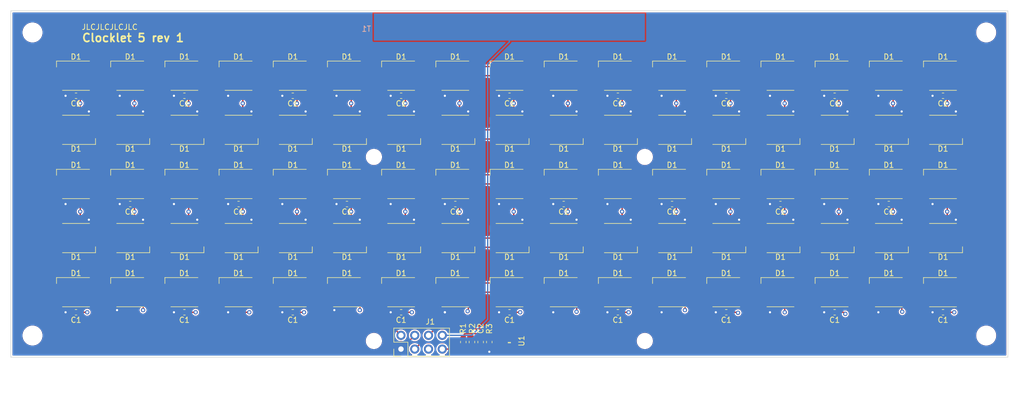
<source format=kicad_pcb>
(kicad_pcb (version 20241229) (generator "pcbnew") (generator_version "9.0")
  (layers (0 "F.Cu" signal) (4 "In1.Cu" power "GND") (6 "In2.Cu" power "5V") (2 "B.Cu" mixed) (13 "F.Paste" user) (15 "B.Paste" user) (5 "F.SilkS" user) (7 "B.SilkS" user) (1 "F.Mask" user) (3 "B.Mask" user) (25 "Edge.Cuts" user))
  (net 0 "")
  (net 1 "GND")
  (net 2 "+5V")
  (net 3 "+3V3")
  (net 4 "/ALS")
  (net 5 "/DATA")
  (net 6 "/CLK")
  (net 7 "/Touch")
  (net 8 "/DispT")
  (footprint "LED_SMD:LED_RGB_5050-6" (layer "F.Cu") (at 40.03 39.99)
    (property "Reference" "D1")
    (property "Value" "APA102")
  )
  (footprint "LED_SMD:LED_RGB_5050-6" (layer "F.Cu") (at 40.03 49.99 180)
    (property "Reference" "D1")
    (property "Value" "APA102")
  )
  (footprint "Capacitor_SMD:C_0603_1608Metric" (layer "F.Cu") (at 40.03 43.7 180)
    (property "Reference" "C1")
    (property "Value" "0.1µF")
  )
  (footprint "MountingHole:MountingHole_3.2mm_M3" (layer "F.Cu") (at 32 88)
    (property "Reference" "H2" (hide yes))
    (property "Value" "MountingHole")
  )
  (footprint "MountingHole:MountingHole_3.2mm_M3" (layer "F.Cu") (at 208 32)
    (property "Reference" "H3" (hide yes))
    (property "Value" "MountingHole" (hide yes))
  )
  (footprint "MountingHole:MountingHole_3.2mm_M3" (layer "F.Cu") (at 32 32)
    (property "Reference" "H1" (hide yes))
    (property "Value" "MountingHole")
  )
  (footprint "MountingHole:MountingHole_2.5mm" (layer "F.Cu") (at 145 55)
    (property "Reference" "H5" (hide yes))
    (property "Value" "MountingHole")
  )
  (footprint "MountingHole:MountingHole_2.5mm" (layer "F.Cu") (at 145 89)
    (property "Reference" "H6" (hide yes))
    (property "Value" "MountingHole")
  )
  (footprint "MountingHole:MountingHole_2.5mm" (layer "F.Cu") (at 95 55)
    (property "Reference" "H7" (hide yes))
    (property "Value" "MountingHole")
  )
  (footprint "MountingHole:MountingHole_2.5mm" (layer "F.Cu") (at 95 89)
    (property "Reference" "H8" (hide yes))
    (property "Value" "MountingHole")
  )
  (footprint "Capacitor_SMD:C_0603_1608Metric" (layer "F.Cu") (at 114.7 89.2 -90)
    (property "Reference" "C2")
    (property "Value" "10µF")
  )
  (footprint "Fiducial:Fiducial_1mm_Mask2mm" (layer "F.Cu") (at 38 30)
    (property "Reference" "FID1" (hide yes))
    (property "Value" "Fiducial")
  )
  (footprint "Fiducial:Fiducial_1mm_Mask2mm" (layer "F.Cu") (at 38 90)
    (property "Reference" "FID2" (hide yes))
    (property "Value" "Fiducial")
  )
  (footprint "Fiducial:Fiducial_1mm_Mask2mm" (layer "F.Cu") (at 202 90)
    (property "Reference" "FID3" (hide yes))
    (property "Value" "Fiducial")
  )
  (footprint "Fiducial:Fiducial_1mm_Mask2mm" (layer "F.Cu") (at 202 30)
    (property "Reference" "FID4" (hide yes))
    (property "Value" "Fiducial")
  )
  (footprint "Connector_PinHeader_2.54mm:PinHeader_2x04_P2.54mm_Vertical" (layer "F.Cu") (at 100 90.5 90)
    (property "Reference" "J1")
    (property "Value" "Conn_02x07")
  )
  (footprint "Resistor_SMD:R_0603_1608Metric" (layer "F.Cu") (at 111.5 89.2 -90)
    (property "Reference" "R1")
    (property "Value" "10K")
  )
  (footprint "Resistor_SMD:R_0603_1608Metric" (layer "F.Cu") (at 113.1 89.2 90)
    (property "Reference" "R2")
    (property "Value" "5k")
  )
  (footprint "Resistor_SMD:R_0603_1608Metric" (layer "F.Cu") (at 116.3 89.2 -90)
    (property "Reference" "R3")
    (property "Value" "12k")
  )
  (footprint "_Custom:APDS-9005" (layer "F.Cu") (at 120 89 90)
    (property "Reference" "U1")
    (property "Value" "APDS-9005")
  )
  (footprint "LED_SMD:LED_RGB_5050-6" (layer "F.Cu") (at 50.03 49.99 180)
    (property "Reference" "D1")
    (property "Value" "APA102")
  )
  (footprint "LED_SMD:LED_RGB_5050-6" (layer "F.Cu") (at 60.03 49.99 180)
    (property "Reference" "D1")
    (property "Value" "APA102")
  )
  (footprint "LED_SMD:LED_RGB_5050-6" (layer "F.Cu") (at 70.03 49.99 180)
    (property "Reference" "D1")
    (property "Value" "APA102")
  )
  (footprint "LED_SMD:LED_RGB_5050-6" (layer "F.Cu") (at 80.03 49.99 180)
    (property "Reference" "D1")
    (property "Value" "APA102")
  )
  (footprint "LED_SMD:LED_RGB_5050-6" (layer "F.Cu") (at 90.03 49.99 180)
    (property "Reference" "D1")
    (property "Value" "APA102")
  )
  (footprint "LED_SMD:LED_RGB_5050-6" (layer "F.Cu") (at 100.03 49.99 180)
    (property "Reference" "D1")
    (property "Value" "APA102")
  )
  (footprint "LED_SMD:LED_RGB_5050-6" (layer "F.Cu") (at 110.03 49.99 180)
    (property "Reference" "D1")
    (property "Value" "APA102")
  )
  (footprint "LED_SMD:LED_RGB_5050-6" (layer "F.Cu") (at 120.03 49.99 180)
    (property "Reference" "D1")
    (property "Value" "APA102")
  )
  (footprint "LED_SMD:LED_RGB_5050-6" (layer "F.Cu") (at 130.03 49.99 180)
    (property "Reference" "D1")
    (property "Value" "APA102")
  )
  (footprint "LED_SMD:LED_RGB_5050-6" (layer "F.Cu") (at 140.03 49.99 180)
    (property "Reference" "D1")
    (property "Value" "APA102")
  )
  (footprint "LED_SMD:LED_RGB_5050-6" (layer "F.Cu") (at 150.03 49.99 180)
    (property "Reference" "D1")
    (property "Value" "APA102")
  )
  (footprint "LED_SMD:LED_RGB_5050-6" (layer "F.Cu") (at 160.03 49.99 180)
    (property "Reference" "D1")
    (property "Value" "APA102")
  )
  (footprint "LED_SMD:LED_RGB_5050-6" (layer "F.Cu") (at 170.03 49.99 180)
    (property "Reference" "D1")
    (property "Value" "APA102")
  )
  (footprint "LED_SMD:LED_RGB_5050-6" (layer "F.Cu") (at 180.03 49.99 180)
    (property "Reference" "D1")
    (property "Value" "APA102")
  )
  (footprint "LED_SMD:LED_RGB_5050-6" (layer "F.Cu") (at 190.03 49.99 180)
    (property "Reference" "D1")
    (property "Value" "APA102")
  )
  (footprint "LED_SMD:LED_RGB_5050-6" (layer "F.Cu") (at 200.03 49.99 180)
    (property "Reference" "D1")
    (property "Value" "APA102")
  )
  (footprint "LED_SMD:LED_RGB_5050-6" (layer "F.Cu") (at 40.03 69.99 180)
    (property "Reference" "D1")
    (property "Value" "APA102")
  )
  (footprint "LED_SMD:LED_RGB_5050-6" (layer "F.Cu") (at 50.03 69.99 180)
    (property "Reference" "D1")
    (property "Value" "APA102")
  )
  (footprint "LED_SMD:LED_RGB_5050-6" (layer "F.Cu") (at 60.03 69.99 180)
    (property "Reference" "D1")
    (property "Value" "APA102")
  )
  (footprint "LED_SMD:LED_RGB_5050-6" (layer "F.Cu") (at 70.03 69.99 180)
    (property "Reference" "D1")
    (property "Value" "APA102")
  )
  (footprint "LED_SMD:LED_RGB_5050-6" (layer "F.Cu") (at 80.03 69.99 180)
    (property "Reference" "D1")
    (property "Value" "APA102")
  )
  (footprint "LED_SMD:LED_RGB_5050-6" (layer "F.Cu") (at 90.03 69.99 180)
    (property "Reference" "D1")
    (property "Value" "APA102")
  )
  (footprint "LED_SMD:LED_RGB_5050-6" (layer "F.Cu") (at 100.03 69.99 180)
    (property "Reference" "D1")
    (property "Value" "APA102")
  )
  (footprint "LED_SMD:LED_RGB_5050-6" (layer "F.Cu") (at 110.03 69.99 180)
    (property "Reference" "D1")
    (property "Value" "APA102")
  )
  (footprint "LED_SMD:LED_RGB_5050-6" (layer "F.Cu") (at 120.03 69.99 180)
    (property "Reference" "D1")
    (property "Value" "APA102")
  )
  (footprint "LED_SMD:LED_RGB_5050-6" (layer "F.Cu") (at 130.03 69.99 180)
    (property "Reference" "D1")
    (property "Value" "APA102")
  )
  (footprint "LED_SMD:LED_RGB_5050-6" (layer "F.Cu") (at 140.03 69.99 180)
    (property "Reference" "D1")
    (property "Value" "APA102")
  )
  (footprint "LED_SMD:LED_RGB_5050-6" (layer "F.Cu") (at 150.03 69.99 180)
    (property "Reference" "D1")
    (property "Value" "APA102")
  )
  (footprint "LED_SMD:LED_RGB_5050-6" (layer "F.Cu") (at 160.03 69.99 180)
    (property "Reference" "D1")
    (property "Value" "APA102")
  )
  (footprint "LED_SMD:LED_RGB_5050-6" (layer "F.Cu") (at 170.03 69.99 180)
    (property "Reference" "D1")
    (property "Value" "APA102")
  )
  (footprint "LED_SMD:LED_RGB_5050-6" (layer "F.Cu") (at 180.03 69.99 180)
    (property "Reference" "D1")
    (property "Value" "APA102")
  )
  (footprint "LED_SMD:LED_RGB_5050-6" (layer "F.Cu") (at 190.03 69.99 180)
    (property "Reference" "D1")
    (property "Value" "APA102")
  )
  (footprint "LED_SMD:LED_RGB_5050-6" (layer "F.Cu") (at 200.03 69.99 180)
    (property "Reference" "D1")
    (property "Value" "APA102")
  )
  (footprint "LED_SMD:LED_RGB_5050-6" (layer "F.Cu") (at 50.03 39.99)
    (property "Reference" "D1")
    (property "Value" "APA102")
  )
  (footprint "LED_SMD:LED_RGB_5050-6" (layer "F.Cu") (at 60.03 39.99)
    (property "Reference" "D1")
    (property "Value" "APA102")
  )
  (footprint "LED_SMD:LED_RGB_5050-6" (layer "F.Cu") (at 70.03 39.99)
    (property "Reference" "D1")
    (property "Value" "APA102")
  )
  (footprint "LED_SMD:LED_RGB_5050-6" (layer "F.Cu") (at 80.03 39.99)
    (property "Reference" "D1")
    (property "Value" "APA102")
  )
  (footprint "LED_SMD:LED_RGB_5050-6" (layer "F.Cu") (at 90.03 39.99)
    (property "Reference" "D1")
    (property "Value" "APA102")
  )
  (footprint "LED_SMD:LED_RGB_5050-6" (layer "F.Cu") (at 100.03 39.99)
    (property "Reference" "D1")
    (property "Value" "APA102")
  )
  (footprint "LED_SMD:LED_RGB_5050-6" (layer "F.Cu") (at 110.03 39.99)
    (property "Reference" "D1")
    (property "Value" "APA102")
  )
  (footprint "LED_SMD:LED_RGB_5050-6" (layer "F.Cu") (at 120.03 39.99)
    (property "Reference" "D1")
    (property "Value" "APA102")
  )
  (footprint "LED_SMD:LED_RGB_5050-6" (layer "F.Cu") (at 130.03 39.99)
    (property "Reference" "D1")
    (property "Value" "APA102")
  )
  (footprint "LED_SMD:LED_RGB_5050-6" (layer "F.Cu") (at 140.03 39.99)
    (property "Reference" "D1")
    (property "Value" "APA102")
  )
  (footprint "LED_SMD:LED_RGB_5050-6" (layer "F.Cu") (at 150.03 39.99)
    (property "Reference" "D1")
    (property "Value" "APA102")
  )
  (footprint "LED_SMD:LED_RGB_5050-6" (layer "F.Cu") (at 160.03 39.99)
    (property "Reference" "D1")
    (property "Value" "APA102")
  )
  (footprint "LED_SMD:LED_RGB_5050-6" (layer "F.Cu") (at 170.03 39.99)
    (property "Reference" "D1")
    (property "Value" "APA102")
  )
  (footprint "LED_SMD:LED_RGB_5050-6" (layer "F.Cu") (at 180.03 39.99)
    (property "Reference" "D1")
    (property "Value" "APA102")
  )
  (footprint "LED_SMD:LED_RGB_5050-6" (layer "F.Cu") (at 190.03 39.99)
    (property "Reference" "D1")
    (property "Value" "APA102")
  )
  (footprint "LED_SMD:LED_RGB_5050-6" (layer "F.Cu") (at 200.03 39.99)
    (property "Reference" "D1")
    (property "Value" "APA102")
  )
  (footprint "LED_SMD:LED_RGB_5050-6" (layer "F.Cu") (at 40.03 59.99)
    (property "Reference" "D1")
    (property "Value" "APA102")
  )
  (footprint "LED_SMD:LED_RGB_5050-6" (layer "F.Cu") (at 50.03 59.99)
    (property "Reference" "D1")
    (property "Value" "APA102")
  )
  (footprint "LED_SMD:LED_RGB_5050-6" (layer "F.Cu") (at 60.03 59.99)
    (property "Reference" "D1")
    (property "Value" "APA102")
  )
  (footprint "LED_SMD:LED_RGB_5050-6" (layer "F.Cu") (at 70.03 59.99)
    (property "Reference" "D1")
    (property "Value" "APA102")
  )
  (footprint "LED_SMD:LED_RGB_5050-6" (layer "F.Cu") (at 80.03 59.99)
    (property "Reference" "D1")
    (property "Value" "APA102")
  )
  (footprint "LED_SMD:LED_RGB_5050-6" (layer "F.Cu") (at 90.03 59.99)
    (property "Reference" "D1")
    (property "Value" "APA102")
  )
  (footprint "LED_SMD:LED_RGB_5050-6" (layer "F.Cu") (at 100.03 59.99)
    (property "Reference" "D1")
    (property "Value" "APA102")
  )
  (footprint "LED_SMD:LED_RGB_5050-6" (layer "F.Cu") (at 110.03 59.99)
    (property "Reference" "D1")
    (property "Value" "APA102")
  )
  (footprint "LED_SMD:LED_RGB_5050-6" (layer "F.Cu") (at 120.03 59.99)
    (property "Reference" "D1")
    (property "Value" "APA102")
  )
  (footprint "LED_SMD:LED_RGB_5050-6" (layer "F.Cu") (at 130.03 59.99)
    (property "Reference" "D1")
    (property "Value" "APA102")
  )
  (footprint "LED_SMD:LED_RGB_5050-6" (layer "F.Cu") (at 140.03 59.99)
    (property "Reference" "D1")
    (property "Value" "APA102")
  )
  (footprint "LED_SMD:LED_RGB_5050-6" (layer "F.Cu") (at 150.03 59.99)
    (property "Reference" "D1")
    (property "Value" "APA102")
  )
  (footprint "LED_SMD:LED_RGB_5050-6" (layer "F.Cu") (at 160.03 59.99)
    (property "Reference" "D1")
    (property "Value" "APA102")
  )
  (footprint "LED_SMD:LED_RGB_5050-6" (layer "F.Cu") (at 170.03 59.99)
    (property "Reference" "D1")
    (property "Value" "APA102")
  )
  (footprint "LED_SMD:LED_RGB_5050-6" (layer "F.Cu") (at 180.03 59.99)
    (property "Reference" "D1")
    (property "Value" "APA102")
  )
  (footprint "LED_SMD:LED_RGB_5050-6" (layer "F.Cu") (at 190.03 59.99)
    (property "Reference" "D1")
    (property "Value" "APA102")
  )
  (footprint "LED_SMD:LED_RGB_5050-6" (layer "F.Cu") (at 200.03 59.99)
    (property "Reference" "D1")
    (property "Value" "APA102")
  )
  (footprint "LED_SMD:LED_RGB_5050-6" (layer "F.Cu") (at 40.03 79.99)
    (property "Reference" "D1")
    (property "Value" "APA102")
  )
  (footprint "LED_SMD:LED_RGB_5050-6" (layer "F.Cu") (at 50.03 79.99)
    (property "Reference" "D1")
    (property "Value" "APA102")
  )
  (footprint "LED_SMD:LED_RGB_5050-6" (layer "F.Cu") (at 60.03 79.99)
    (property "Reference" "D1")
    (property "Value" "APA102")
  )
  (footprint "LED_SMD:LED_RGB_5050-6" (layer "F.Cu") (at 70.03 79.99)
    (property "Reference" "D1")
    (property "Value" "APA102")
  )
  (footprint "LED_SMD:LED_RGB_5050-6" (layer "F.Cu") (at 80.03 79.99)
    (property "Reference" "D1")
    (property "Value" "APA102")
  )
  (footprint "LED_SMD:LED_RGB_5050-6" (layer "F.Cu") (at 90.03 79.99)
    (property "Reference" "D1")
    (property "Value" "APA102")
  )
  (footprint "LED_SMD:LED_RGB_5050-6" (layer "F.Cu") (at 100.03 79.99)
    (property "Reference" "D1")
    (property "Value" "APA102")
  )
  (footprint "LED_SMD:LED_RGB_5050-6" (layer "F.Cu") (at 110.03 79.99)
    (property "Reference" "D1")
    (property "Value" "APA102")
  )
  (footprint "LED_SMD:LED_RGB_5050-6" (layer "F.Cu") (at 120.03 79.99)
    (property "Reference" "D1")
    (property "Value" "APA102")
  )
  (footprint "LED_SMD:LED_RGB_5050-6" (layer "F.Cu") (at 130.03 79.99)
    (property "Reference" "D1")
    (property "Value" "APA102")
  )
  (footprint "LED_SMD:LED_RGB_5050-6" (layer "F.Cu") (at 140.03 79.99)
    (property "Reference" "D1")
    (property "Value" "APA102")
  )
  (footprint "LED_SMD:LED_RGB_5050-6" (layer "F.Cu") (at 150.03 79.99)
    (property "Reference" "D1")
    (property "Value" "APA102")
  )
  (footprint "LED_SMD:LED_RGB_5050-6" (layer "F.Cu") (at 160.03 79.99)
    (property "Reference" "D1")
    (property "Value" "APA102")
  )
  (footprint "LED_SMD:LED_RGB_5050-6" (layer "F.Cu") (at 170.03 79.99)
    (property "Reference" "D1")
    (property "Value" "APA102")
  )
  (footprint "LED_SMD:LED_RGB_5050-6" (layer "F.Cu") (at 180.03 79.99)
    (property "Reference" "D1")
    (property "Value" "APA102")
  )
  (footprint "LED_SMD:LED_RGB_5050-6" (layer "F.Cu") (at 190.03 79.99)
    (property "Reference" "D1")
    (property "Value" "APA102")
  )
  (footprint "LED_SMD:LED_RGB_5050-6" (layer "F.Cu") (at 200.03 79.99)
    (property "Reference" "D1")
    (property "Value" "APA102")
  )
  (footprint "Capacitor_SMD:C_0603_1608Metric" (layer "F.Cu") (at 60.03 43.7 180)
    (property "Reference" "C1")
    (property "Value" "0.1µF")
  )
  (footprint "Capacitor_SMD:C_0603_1608Metric" (layer "F.Cu") (at 80.03 43.7 180)
    (property "Reference" "C1")
    (property "Value" "0.1µF")
  )
  (footprint "Capacitor_SMD:C_0603_1608Metric" (layer "F.Cu") (at 100.03 43.7 180)
    (property "Reference" "C1")
    (property "Value" "0.1µF")
  )
  (footprint "Capacitor_SMD:C_0603_1608Metric" (layer "F.Cu") (at 120.03 43.7 180)
    (property "Reference" "C1")
    (property "Value" "0.1µF")
  )
  (footprint "Capacitor_SMD:C_0603_1608Metric" (layer "F.Cu") (at 140.03 43.7 180)
    (property "Reference" "C1")
    (property "Value" "0.1µF")
  )
  (footprint "Capacitor_SMD:C_0603_1608Metric" (layer "F.Cu") (at 160.03 43.7 180)
    (property "Reference" "C1")
    (property "Value" "0.1µF")
  )
  (footprint "Capacitor_SMD:C_0603_1608Metric" (layer "F.Cu") (at 180.03 43.7 180)
    (property "Reference" "C1")
    (property "Value" "0.1µF")
  )
  (footprint "Capacitor_SMD:C_0603_1608Metric" (layer "F.Cu") (at 200.03 43.7 180)
    (property "Reference" "C1")
    (property "Value" "0.1µF")
  )
  (footprint "Capacitor_SMD:C_0603_1608Metric" (layer "F.Cu") (at 50.03 63.7 180)
    (property "Reference" "C1")
    (property "Value" "0.1µF")
  )
  (footprint "Capacitor_SMD:C_0603_1608Metric" (layer "F.Cu") (at 70.03 63.7 180)
    (property "Reference" "C1")
    (property "Value" "0.1µF")
  )
  (footprint "Capacitor_SMD:C_0603_1608Metric" (layer "F.Cu") (at 90.03 63.7 180)
    (property "Reference" "C1")
    (property "Value" "0.1µF")
  )
  (footprint "Capacitor_SMD:C_0603_1608Metric" (layer "F.Cu") (at 110.03 63.7 180)
    (property "Reference" "C1")
    (property "Value" "0.1µF")
  )
  (footprint "Capacitor_SMD:C_0603_1608Metric" (layer "F.Cu") (at 130.03 63.7 180)
    (property "Reference" "C1")
    (property "Value" "0.1µF")
  )
  (footprint "Capacitor_SMD:C_0603_1608Metric" (layer "F.Cu") (at 150.03 63.7 180)
    (property "Reference" "C1")
    (property "Value" "0.1µF")
  )
  (footprint "Capacitor_SMD:C_0603_1608Metric" (layer "F.Cu") (at 170.03 63.7 180)
    (property "Reference" "C1")
    (property "Value" "0.1µF")
  )
  (footprint "Capacitor_SMD:C_0603_1608Metric" (layer "F.Cu") (at 190.03 63.7 180)
    (property "Reference" "C1")
    (property "Value" "0.1µF")
  )
  (footprint "Capacitor_SMD:C_0603_1608Metric" (layer "F.Cu") (at 40.03 83.7 180)
    (property "Reference" "C1")
    (property "Value" "0.1µF")
  )
  (footprint "Capacitor_SMD:C_0603_1608Metric" (layer "F.Cu") (at 60.03 83.7 180)
    (property "Reference" "C1")
    (property "Value" "0.1µF")
  )
  (footprint "Capacitor_SMD:C_0603_1608Metric" (layer "F.Cu") (at 80.03 83.7 180)
    (property "Reference" "C1")
    (property "Value" "0.1µF")
  )
  (footprint "Capacitor_SMD:C_0603_1608Metric" (layer "F.Cu") (at 100.03 83.7 180)
    (property "Reference" "C1")
    (property "Value" "0.1µF")
  )
  (footprint "Capacitor_SMD:C_0603_1608Metric" (layer "F.Cu") (at 120.03 83.7 180)
    (property "Reference" "C1")
    (property "Value" "0.1µF")
  )
  (footprint "Capacitor_SMD:C_0603_1608Metric" (layer "F.Cu") (at 140.03 83.7 180)
    (property "Reference" "C1")
    (property "Value" "0.1µF")
  )
  (footprint "Capacitor_SMD:C_0603_1608Metric" (layer "F.Cu") (at 160.03 83.7 180)
    (property "Reference" "C1")
    (property "Value" "0.1µF")
  )
  (footprint "Capacitor_SMD:C_0603_1608Metric" (layer "F.Cu") (at 180.03 83.7 180)
    (property "Reference" "C1")
    (property "Value" "0.1µF")
  )
  (footprint "Capacitor_SMD:C_0603_1608Metric" (layer "F.Cu") (at 200.03 83.7 180)
    (property "Reference" "C1")
    (property "Value" "0.1µF")
  )
  (footprint "MountingHole:MountingHole_3.2mm_M3" (layer "F.Cu") (at 208 88)
    (property "Reference" "H4" (hide yes))
    (property "Value" "MountingHole" (hide yes))
  )
  (footprint "_Custom:Touch_Pad" (layer "B.Cu") (at 120 31)
    (property "Reference" "T1")
    (property "Value" "TouchPad")
  )
  (gr_line (start 28 28) (end 212 28) (stroke (width 0.1)) (layer "Edge.Cuts"))
  (gr_line (start 212 92) (end 28 92) (stroke (width 0.1)) (layer "Edge.Cuts"))
  (gr_line (start 28 92) (end 28 28) (stroke (width 0.1)) (layer "Edge.Cuts"))
  (gr_line (start 212 28) (end 212 92) (stroke (width 0.1)) (layer "Edge.Cuts"))
  (gr_text "JLCJLCJLCJLC" (at 41 31 0) (layer "F.SilkS") (effects (font (size 1 1)) (justify left)))
  (gr_text "Clocklet 5 rev 1" (at 41 33 0) (layer "F.SilkS") (effects (font (size 1.5 1.5) (thickness 0.3)) (justify left)))
  (segment (start 48 42.06) (end 47.63 41.69) (width 0.5) (layer "F.Cu") (net 1))
  (segment (start 58 42.06) (end 57.63 41.69) (width 0.5) (layer "F.Cu") (net 1))
  (segment (start 68 42.06) (end 67.63 41.69) (width 0.5) (layer "F.Cu") (net 1))
  (segment (start 78 42.06) (end 77.63 41.69) (width 0.5) (layer "F.Cu") (net 1))
  (segment (start 88 42.06) (end 87.63 41.69) (width 0.5) (layer "F.Cu") (net 1))
  (segment (start 98 42.06) (end 97.63 41.69) (width 0.5) (layer "F.Cu") (net 1))
  (segment (start 108 42.06) (end 107.63 41.69) (width 0.5) (layer "F.Cu") (net 1))
  (segment (start 118 42.06) (end 117.63 41.69) (width 0.5) (layer "F.Cu") (net 1))
  (segment (start 128 42.06) (end 127.63 41.69) (width 0.5) (layer "F.Cu") (net 1))
  (segment (start 138 42.06) (end 137.63 41.69) (width 0.5) (layer "F.Cu") (net 1))
  (segment (start 148 42.06) (end 147.63 41.69) (width 0.5) (layer "F.Cu") (net 1))
  (segment (start 158 42.06) (end 157.63 41.69) (width 0.5) (layer "F.Cu") (net 1))
  (segment (start 168 42.06) (end 167.63 41.69) (width 0.5) (layer "F.Cu") (net 1))
  (segment (start 178 42.06) (end 177.63 41.69) (width 0.5) (layer "F.Cu") (net 1))
  (segment (start 188 42.06) (end 187.63 41.69) (width 0.5) (layer "F.Cu") (net 1))
  (segment (start 198 42.06) (end 197.63 41.69) (width 0.5) (layer "F.Cu") (net 1))
  (segment (start 38 62.06) (end 37.63 61.69) (width 0.5) (layer "F.Cu") (net 1))
  (segment (start 48 62.06) (end 47.63 61.69) (width 0.5) (layer "F.Cu") (net 1))
  (segment (start 58 62.06) (end 57.63 61.69) (width 0.5) (layer "F.Cu") (net 1))
  (segment (start 68 62.06) (end 67.63 61.69) (width 0.5) (layer "F.Cu") (net 1))
  (segment (start 78 62.06) (end 77.63 61.69) (width 0.5) (layer "F.Cu") (net 1))
  (segment (start 88 62.06) (end 87.63 61.69) (width 0.5) (layer "F.Cu") (net 1))
  (segment (start 98 62.06) (end 97.63 61.69) (width 0.5) (layer "F.Cu") (net 1))
  (segment (start 108 62.06) (end 107.63 61.69) (width 0.5) (layer "F.Cu") (net 1))
  (segment (start 118 62.06) (end 117.63 61.69) (width 0.5) (layer "F.Cu") (net 1))
  (segment (start 128 62.06) (end 127.63 61.69) (width 0.5) (layer "F.Cu") (net 1))
  (segment (start 138 62.06) (end 137.63 61.69) (width 0.5) (layer "F.Cu") (net 1))
  (segment (start 148 62.06) (end 147.63 61.69) (width 0.5) (layer "F.Cu") (net 1))
  (segment (start 158 62.06) (end 157.63 61.69) (width 0.5) (layer "F.Cu") (net 1))
  (segment (start 168 62.06) (end 167.63 61.69) (width 0.5) (layer "F.Cu") (net 1))
  (segment (start 178 62.06) (end 177.63 61.69) (width 0.5) (layer "F.Cu") (net 1))
  (segment (start 188 62.06) (end 187.63 61.69) (width 0.5) (layer "F.Cu") (net 1))
  (segment (start 198 62.06) (end 197.63 61.69) (width 0.5) (layer "F.Cu") (net 1))
  (segment (start 38 82.06) (end 37.63 81.69) (width 0.5) (layer "F.Cu") (net 1))
  (segment (start 48 82.06) (end 47.63 81.69) (width 0.5) (layer "F.Cu") (net 1))
  (segment (start 58 82.06) (end 57.63 81.69) (width 0.5) (layer "F.Cu") (net 1))
  (segment (start 68 82.06) (end 67.63 81.69) (width 0.5) (layer "F.Cu") (net 1))
  (segment (start 78 82.06) (end 77.63 81.69) (width 0.5) (layer "F.Cu") (net 1))
  (segment (start 88 82.06) (end 87.63 81.69) (width 0.5) (layer "F.Cu") (net 1))
  (segment (start 98 82.06) (end 97.63 81.69) (width 0.5) (layer "F.Cu") (net 1))
  (segment (start 108 82.06) (end 107.63 81.69) (width 0.5) (layer "F.Cu") (net 1))
  (segment (start 118 82.06) (end 117.63 81.69) (width 0.5) (layer "F.Cu") (net 1))
  (segment (start 128 82.06) (end 127.63 81.69) (width 0.5) (layer "F.Cu") (net 1))
  (segment (start 138 82.06) (end 137.63 81.69) (width 0.5) (layer "F.Cu") (net 1))
  (segment (start 148 82.06) (end 147.63 81.69) (width 0.5) (layer "F.Cu") (net 1))
  (segment (start 158 82.06) (end 157.63 81.69) (width 0.5) (layer "F.Cu") (net 1))
  (segment (start 168 82.06) (end 167.63 81.69) (width 0.5) (layer "F.Cu") (net 1))
  (segment (start 178 82.06) (end 177.63 81.69) (width 0.5) (layer "F.Cu") (net 1))
  (segment (start 188 82.06) (end 187.63 81.69) (width 0.5) (layer "F.Cu") (net 1))
  (segment (start 198 82.06) (end 197.63 81.69) (width 0.5) (layer "F.Cu") (net 1))
  (segment (start 49.2425 43.7) (end 48.1 43.7) (width 0.25) (layer "F.Cu") (net 1))
  (segment (start 59.2425 43.7) (end 58.1 43.7) (width 0.25) (layer "F.Cu") (net 1))
  (segment (start 69.2425 43.7) (end 68.1 43.7) (width 0.25) (layer "F.Cu") (net 1))
  (segment (start 79.2425 43.7) (end 78.1 43.7) (width 0.25) (layer "F.Cu") (net 1))
  (segment (start 89.2425 43.7) (end 88.1 43.7) (width 0.25) (layer "F.Cu") (net 1))
  (segment (start 99.2425 43.7) (end 98.1 43.7) (width 0.25) (layer "F.Cu") (net 1))
  (segment (start 109.2425 43.7) (end 108.1 43.7) (width 0.25) (layer "F.Cu") (net 1))
  (segment (start 119.2425 43.7) (end 118.1 43.7) (width 0.25) (layer "F.Cu") (net 1))
  (segment (start 129.2425 43.7) (end 128.1 43.7) (width 0.25) (layer "F.Cu") (net 1))
  (segment (start 139.2425 43.7) (end 138.1 43.7) (width 0.25) (layer "F.Cu") (net 1))
  (segment (start 149.2425 43.7) (end 148.1 43.7) (width 0.25) (layer "F.Cu") (net 1))
  (segment (start 159.2425 43.7) (end 158.1 43.7) (width 0.25) (layer "F.Cu") (net 1))
  (segment (start 169.2425 43.7) (end 168.1 43.7) (width 0.25) (layer "F.Cu") (net 1))
  (segment (start 179.2425 43.7) (end 178.1 43.7) (width 0.25) (layer "F.Cu") (net 1))
  (segment (start 189.2425 43.7) (end 188.1 43.7) (width 0.25) (layer "F.Cu") (net 1))
  (segment (start 199.2425 43.7) (end 198.1 43.7) (width 0.25) (layer "F.Cu") (net 1))
  (segment (start 39.2425 63.7) (end 38.1 63.7) (width 0.25) (layer "F.Cu") (net 1))
  (segment (start 49.2425 63.7) (end 48.1 63.7) (width 0.25) (layer "F.Cu") (net 1))
  (segment (start 59.2425 63.7) (end 58.1 63.7) (width 0.25) (layer "F.Cu") (net 1))
  (segment (start 69.2425 63.7) (end 68.1 63.7) (width 0.25) (layer "F.Cu") (net 1))
  (segment (start 79.2425 63.7) (end 78.1 63.7) (width 0.25) (layer "F.Cu") (net 1))
  (segment (start 89.2425 63.7) (end 88.1 63.7) (width 0.25) (layer "F.Cu") (net 1))
  (segment (start 99.2425 63.7) (end 98.1 63.7) (width 0.25) (layer "F.Cu") (net 1))
  (segment (start 109.2425 63.7) (end 108.1 63.7) (width 0.25) (layer "F.Cu") (net 1))
  (segment (start 119.2425 63.7) (end 118.1 63.7) (width 0.25) (layer "F.Cu") (net 1))
  (segment (start 129.2425 63.7) (end 128.1 63.7) (width 0.25) (layer "F.Cu") (net 1))
  (segment (start 139.2425 63.7) (end 138.1 63.7) (width 0.25) (layer "F.Cu") (net 1))
  (segment (start 149.2425 63.7) (end 148.1 63.7) (width 0.25) (layer "F.Cu") (net 1))
  (segment (start 159.2425 63.7) (end 158.1 63.7) (width 0.25) (layer "F.Cu") (net 1))
  (segment (start 169.2425 63.7) (end 168.1 63.7) (width 0.25) (layer "F.Cu") (net 1))
  (segment (start 179.2425 63.7) (end 178.1 63.7) (width 0.25) (layer "F.Cu") (net 1))
  (segment (start 189.2425 63.7) (end 188.1 63.7) (width 0.25) (layer "F.Cu") (net 1))
  (segment (start 199.2425 63.7) (end 198.1 63.7) (width 0.25) (layer "F.Cu") (net 1))
  (segment (start 39.2425 83.7) (end 38.1 83.7) (width 0.25) (layer "F.Cu") (net 1))
  (segment (start 59.2425 83.7) (end 58.1 83.7) (width 0.25) (layer "F.Cu") (net 1))
  (segment (start 69.2425 83.7) (end 68.1 83.7) (width 0.25) (layer "F.Cu") (net 1))
  (segment (start 79.2425 83.7) (end 78.1 83.7) (width 0.25) (layer "F.Cu") (net 1))
  (segment (start 99.2425 83.7) (end 98.1 83.7) (width 0.25) (layer "F.Cu") (net 1))
  (segment (start 119.2425 83.7) (end 118.1 83.7) (width 0.25) (layer "F.Cu") (net 1))
  (segment (start 139.2425 83.7) (end 138.1 83.7) (width 0.25) (layer "F.Cu") (net 1))
  (segment (start 159.2425 83.7) (end 158.1 83.7) (width 0.25) (layer "F.Cu") (net 1))
  (segment (start 169.2425 83.7) (end 168.1 83.7) (width 0.25) (layer "F.Cu") (net 1))
  (segment (start 179.2425 83.7) (end 178.1 83.7) (width 0.25) (layer "F.Cu") (net 1))
  (segment (start 199.2425 83.7) (end 198.1 83.7) (width 0.25) (layer "F.Cu") (net 1))
  (segment (start 52.43 46.63) (end 52.4 46.6) (width 0.25) (layer "F.Cu") (net 1))
  (segment (start 62.43 46.63) (end 62.4 46.6) (width 0.25) (layer "F.Cu") (net 1))
  (segment (start 72.43 46.63) (end 72.4 46.6) (width 0.25) (layer "F.Cu") (net 1))
  (segment (start 82.43 46.63) (end 82.4 46.6) (width 0.25) (layer "F.Cu") (net 1))
  (segment (start 92.43 46.63) (end 92.4 46.6) (width 0.25) (layer "F.Cu") (net 1))
  (segment (start 102.43 46.63) (end 102.4 46.6) (width 0.25) (layer "F.Cu") (net 1))
  (segment (start 112.43 46.63) (end 112.4 46.6) (width 0.25) (layer "F.Cu") (net 1))
  (segment (start 122.43 46.63) (end 122.4 46.6) (width 0.25) (layer "F.Cu") (net 1))
  (segment (start 132.43 46.63) (end 132.4 46.6) (width 0.25) (layer "F.Cu") (net 1))
  (segment (start 142.43 46.63) (end 142.4 46.6) (width 0.25) (layer "F.Cu") (net 1))
  (segment (start 152.43 46.63) (end 152.4 46.6) (width 0.25) (layer "F.Cu") (net 1))
  (segment (start 162.43 46.63) (end 162.4 46.6) (width 0.25) (layer "F.Cu") (net 1))
  (segment (start 172.43 46.63) (end 172.4 46.6) (width 0.25) (layer "F.Cu") (net 1))
  (segment (start 182.43 46.63) (end 182.4 46.6) (width 0.25) (layer "F.Cu") (net 1))
  (segment (start 192.43 46.63) (end 192.4 46.6) (width 0.25) (layer "F.Cu") (net 1))
  (segment (start 202.43 46.63) (end 202.4 46.6) (width 0.25) (layer "F.Cu") (net 1))
  (segment (start 42.43 66.63) (end 42.4 66.6) (width 0.25) (layer "F.Cu") (net 1))
  (segment (start 52.43 66.63) (end 52.4 66.6) (width 0.25) (layer "F.Cu") (net 1))
  (segment (start 62.43 66.63) (end 62.4 66.6) (width 0.25) (layer "F.Cu") (net 1))
  (segment (start 72.43 66.63) (end 72.4 66.6) (width 0.25) (layer "F.Cu") (net 1))
  (segment (start 82.43 66.63) (end 82.4 66.6) (width 0.25) (layer "F.Cu") (net 1))
  (segment (start 92.43 66.63) (end 92.4 66.6) (width 0.25) (layer "F.Cu") (net 1))
  (segment (start 102.43 66.63) (end 102.4 66.6) (width 0.25) (layer "F.Cu") (net 1))
  (segment (start 112.43 66.63) (end 112.4 66.6) (width 0.25) (layer "F.Cu") (net 1))
  (segment (start 122.43 66.63) (end 122.4 66.6) (width 0.25) (layer "F.Cu") (net 1))
  (segment (start 132.43 66.63) (end 132.4 66.6) (width 0.25) (layer "F.Cu") (net 1))
  (segment (start 142.43 66.63) (end 142.4 66.6) (width 0.25) (layer "F.Cu") (net 1))
  (segment (start 152.43 66.63) (end 152.4 66.6) (width 0.25) (layer "F.Cu") (net 1))
  (segment (start 162.43 66.63) (end 162.4 66.6) (width 0.25) (layer "F.Cu") (net 1))
  (segment (start 172.43 66.63) (end 172.4 66.6) (width 0.25) (layer "F.Cu") (net 1))
  (segment (start 182.43 66.63) (end 182.4 66.6) (width 0.25) (layer "F.Cu") (net 1))
  (segment (start 192.43 66.63) (end 192.4 66.6) (width 0.25) (layer "F.Cu") (net 1))
  (segment (start 202.43 66.63) (end 202.4 66.6) (width 0.25) (layer "F.Cu") (net 1))
  (segment (start 52.43 48.29) (end 52.43 46.63) (width 0.25) (layer "F.Cu") (net 1))
  (segment (start 62.43 48.29) (end 62.43 46.63) (width 0.25) (layer "F.Cu") (net 1))
  (segment (start 72.43 48.29) (end 72.43 46.63) (width 0.25) (layer "F.Cu") (net 1))
  (segment (start 82.43 48.29) (end 82.43 46.63) (width 0.25) (layer "F.Cu") (net 1))
  (segment (start 92.43 48.29) (end 92.43 46.63) (width 0.25) (layer "F.Cu") (net 1))
  (segment (start 102.43 48.29) (end 102.43 46.63) (width 0.25) (layer "F.Cu") (net 1))
  (segment (start 112.43 48.29) (end 112.43 46.63) (width 0.25) (layer "F.Cu") (net 1))
  (segment (start 122.43 48.29) (end 122.43 46.63) (width 0.25) (layer "F.Cu") (net 1))
  (segment (start 132.43 48.29) (end 132.43 46.63) (width 0.25) (layer "F.Cu") (net 1))
  (segment (start 142.43 48.29) (end 142.43 46.63) (width 0.25) (layer "F.Cu") (net 1))
  (segment (start 152.43 48.29) (end 152.43 46.63) (width 0.25) (layer "F.Cu") (net 1))
  (segment (start 162.43 48.29) (end 162.43 46.63) (width 0.25) (layer "F.Cu") (net 1))
  (segment (start 172.43 48.29) (end 172.43 46.63) (width 0.25) (layer "F.Cu") (net 1))
  (segment (start 182.43 48.29) (end 182.43 46.63) (width 0.25) (layer "F.Cu") (net 1))
  (segment (start 192.43 48.29) (end 192.43 46.63) (width 0.25) (layer "F.Cu") (net 1))
  (segment (start 202.43 48.29) (end 202.43 46.63) (width 0.25) (layer "F.Cu") (net 1))
  (segment (start 42.43 68.29) (end 42.43 66.63) (width 0.25) (layer "F.Cu") (net 1))
  (segment (start 52.43 68.29) (end 52.43 66.63) (width 0.25) (layer "F.Cu") (net 1))
  (segment (start 62.43 68.29) (end 62.43 66.63) (width 0.25) (layer "F.Cu") (net 1))
  (segment (start 72.43 68.29) (end 72.43 66.63) (width 0.25) (layer "F.Cu") (net 1))
  (segment (start 82.43 68.29) (end 82.43 66.63) (width 0.25) (layer "F.Cu") (net 1))
  (segment (start 92.43 68.29) (end 92.43 66.63) (width 0.25) (layer "F.Cu") (net 1))
  (segment (start 102.43 68.29) (end 102.43 66.63) (width 0.25) (layer "F.Cu") (net 1))
  (segment (start 112.43 68.29) (end 112.43 66.63) (width 0.25) (layer "F.Cu") (net 1))
  (segment (start 122.43 68.29) (end 122.43 66.63) (width 0.25) (layer "F.Cu") (net 1))
  (segment (start 132.43 68.29) (end 132.43 66.63) (width 0.25) (layer "F.Cu") (net 1))
  (segment (start 142.43 68.29) (end 142.43 66.63) (width 0.25) (layer "F.Cu") (net 1))
  (segment (start 152.43 68.29) (end 152.43 66.63) (width 0.25) (layer "F.Cu") (net 1))
  (segment (start 162.43 68.29) (end 162.43 66.63) (width 0.25) (layer "F.Cu") (net 1))
  (segment (start 172.43 68.29) (end 172.43 66.63) (width 0.25) (layer "F.Cu") (net 1))
  (segment (start 182.43 68.29) (end 182.43 66.63) (width 0.25) (layer "F.Cu") (net 1))
  (segment (start 192.43 68.29) (end 192.43 66.63) (width 0.25) (layer "F.Cu") (net 1))
  (segment (start 202.43 68.29) (end 202.43 66.63) (width 0.25) (layer "F.Cu") (net 1))
  (segment (start 49.2425 42.0525) (end 49.2425 43.225) (width 0.25) (layer "F.Cu") (net 1))
  (segment (start 59.2425 42.0525) (end 59.2425 43.225) (width 0.25) (layer "F.Cu") (net 1))
  (segment (start 69.2425 42.0525) (end 69.2425 43.225) (width 0.25) (layer "F.Cu") (net 1))
  (segment (start 79.2425 42.0525) (end 79.2425 43.225) (width 0.25) (layer "F.Cu") (net 1))
  (segment (start 89.2425 42.0525) (end 89.2425 43.225) (width 0.25) (layer "F.Cu") (net 1))
  (segment (start 99.2425 42.0525) (end 99.2425 43.225) (width 0.25) (layer "F.Cu") (net 1))
  (segment (start 109.2425 42.0525) (end 109.2425 43.225) (width 0.25) (layer "F.Cu") (net 1))
  (segment (start 119.2425 42.0525) (end 119.2425 43.225) (width 0.25) (layer "F.Cu") (net 1))
  (segment (start 129.2425 42.0525) (end 129.2425 43.225) (width 0.25) (layer "F.Cu") (net 1))
  (segment (start 139.2425 42.0525) (end 139.2425 43.225) (width 0.25) (layer "F.Cu") (net 1))
  (segment (start 149.2425 42.0525) (end 149.2425 43.225) (width 0.25) (layer "F.Cu") (net 1))
  (segment (start 159.2425 42.0525) (end 159.2425 43.225) (width 0.25) (layer "F.Cu") (net 1))
  (segment (start 169.2425 42.0525) (end 169.2425 43.225) (width 0.25) (layer "F.Cu") (net 1))
  (segment (start 179.2425 42.0525) (end 179.2425 43.225) (width 0.25) (layer "F.Cu") (net 1))
  (segment (start 189.2425 42.0525) (end 189.2425 43.225) (width 0.25) (layer "F.Cu") (net 1))
  (segment (start 199.2425 42.0525) (end 199.2425 43.225) (width 0.25) (layer "F.Cu") (net 1))
  (segment (start 39.2425 62.0525) (end 39.2425 63.225) (width 0.25) (layer "F.Cu") (net 1))
  (segment (start 49.2425 62.0525) (end 49.2425 63.225) (width 0.25) (layer "F.Cu") (net 1))
  (segment (start 59.2425 62.0525) (end 59.2425 63.225) (width 0.25) (layer "F.Cu") (net 1))
  (segment (start 69.2425 62.0525) (end 69.2425 63.225) (width 0.25) (layer "F.Cu") (net 1))
  (segment (start 79.2425 62.0525) (end 79.2425 63.225) (width 0.25) (layer "F.Cu") (net 1))
  (segment (start 89.2425 62.0525) (end 89.2425 63.225) (width 0.25) (layer "F.Cu") (net 1))
  (segment (start 99.2425 62.0525) (end 99.2425 63.225) (width 0.25) (layer "F.Cu") (net 1))
  (segment (start 109.2425 62.0525) (end 109.2425 63.225) (width 0.25) (layer "F.Cu") (net 1))
  (segment (start 119.2425 62.0525) (end 119.2425 63.225) (width 0.25) (layer "F.Cu") (net 1))
  (segment (start 129.2425 62.0525) (end 129.2425 63.225) (width 0.25) (layer "F.Cu") (net 1))
  (segment (start 139.2425 62.0525) (end 139.2425 63.225) (width 0.25) (layer "F.Cu") (net 1))
  (segment (start 149.2425 62.0525) (end 149.2425 63.225) (width 0.25) (layer "F.Cu") (net 1))
  (segment (start 159.2425 62.0525) (end 159.2425 63.225) (width 0.25) (layer "F.Cu") (net 1))
  (segment (start 169.2425 62.0525) (end 169.2425 63.225) (width 0.25) (layer "F.Cu") (net 1))
  (segment (start 179.2425 62.0525) (end 179.2425 63.225) (width 0.25) (layer "F.Cu") (net 1))
  (segment (start 189.2425 62.0525) (end 189.2425 63.225) (width 0.25) (layer "F.Cu") (net 1))
  (segment (start 199.2425 62.0525) (end 199.2425 63.225) (width 0.25) (layer "F.Cu") (net 1))
  (segment (start 39.2425 82.0525) (end 39.2425 83.225) (width 0.25) (layer "F.Cu") (net 1))
  (segment (start 59.2425 82.0525) (end 59.2425 83.225) (width 0.25) (layer "F.Cu") (net 1))
  (segment (start 69.2425 82.0525) (end 69.2425 83.225) (width 0.25) (layer "F.Cu") (net 1))
  (segment (start 79.2425 82.0525) (end 79.2425 83.225) (width 0.25) (layer "F.Cu") (net 1))
  (segment (start 99.2425 82.0525) (end 99.2425 83.225) (width 0.25) (layer "F.Cu") (net 1))
  (segment (start 119.2425 82.0525) (end 119.2425 83.225) (width 0.25) (layer "F.Cu") (net 1))
  (segment (start 139.2425 82.0525) (end 139.2425 83.225) (width 0.25) (layer "F.Cu") (net 1))
  (segment (start 159.2425 82.0525) (end 159.2425 83.225) (width 0.25) (layer "F.Cu") (net 1))
  (segment (start 169.2425 82.0525) (end 169.2425 83.225) (width 0.25) (layer "F.Cu") (net 1))
  (segment (start 179.2425 82.0525) (end 179.2425 83.225) (width 0.25) (layer "F.Cu") (net 1))
  (segment (start 199.2425 82.0525) (end 199.2425 83.225) (width 0.25) (layer "F.Cu") (net 1))
  (segment (start 48.88 41.69) (end 49.2425 42.0525) (width 0.25) (layer "F.Cu") (net 1))
  (segment (start 58.88 41.69) (end 59.2425 42.0525) (width 0.25) (layer "F.Cu") (net 1))
  (segment (start 68.88 41.69) (end 69.2425 42.0525) (width 0.25) (layer "F.Cu") (net 1))
  (segment (start 78.88 41.69) (end 79.2425 42.0525) (width 0.25) (layer "F.Cu") (net 1))
  (segment (start 88.88 41.69) (end 89.2425 42.0525) (width 0.25) (layer "F.Cu") (net 1))
  (segment (start 98.88 41.69) (end 99.2425 42.0525) (width 0.25) (layer "F.Cu") (net 1))
  (segment (start 108.88 41.69) (end 109.2425 42.0525) (width 0.25) (layer "F.Cu") (net 1))
  (segment (start 118.88 41.69) (end 119.2425 42.0525) (width 0.25) (layer "F.Cu") (net 1))
  (segment (start 128.88 41.69) (end 129.2425 42.0525) (width 0.25) (layer "F.Cu") (net 1))
  (segment (start 138.88 41.69) (end 139.2425 42.0525) (width 0.25) (layer "F.Cu") (net 1))
  (segment (start 148.88 41.69) (end 149.2425 42.0525) (width 0.25) (layer "F.Cu") (net 1))
  (segment (start 158.88 41.69) (end 159.2425 42.0525) (width 0.25) (layer "F.Cu") (net 1))
  (segment (start 168.88 41.69) (end 169.2425 42.0525) (width 0.25) (layer "F.Cu") (net 1))
  (segment (start 178.88 41.69) (end 179.2425 42.0525) (width 0.25) (layer "F.Cu") (net 1))
  (segment (start 188.88 41.69) (end 189.2425 42.0525) (width 0.25) (layer "F.Cu") (net 1))
  (segment (start 198.88 41.69) (end 199.2425 42.0525) (width 0.25) (layer "F.Cu") (net 1))
  (segment (start 38.88 61.69) (end 39.2425 62.0525) (width 0.25) (layer "F.Cu") (net 1))
  (segment (start 48.88 61.69) (end 49.2425 62.0525) (width 0.25) (layer "F.Cu") (net 1))
  (segment (start 58.88 61.69) (end 59.2425 62.0525) (width 0.25) (layer "F.Cu") (net 1))
  (segment (start 68.88 61.69) (end 69.2425 62.0525) (width 0.25) (layer "F.Cu") (net 1))
  (segment (start 78.88 61.69) (end 79.2425 62.0525) (width 0.25) (layer "F.Cu") (net 1))
  (segment (start 88.88 61.69) (end 89.2425 62.0525) (width 0.25) (layer "F.Cu") (net 1))
  (segment (start 98.88 61.69) (end 99.2425 62.0525) (width 0.25) (layer "F.Cu") (net 1))
  (segment (start 108.88 61.69) (end 109.2425 62.0525) (width 0.25) (layer "F.Cu") (net 1))
  (segment (start 118.88 61.69) (end 119.2425 62.0525) (width 0.25) (layer "F.Cu") (net 1))
  (segment (start 128.88 61.69) (end 129.2425 62.0525) (width 0.25) (layer "F.Cu") (net 1))
  (segment (start 138.88 61.69) (end 139.2425 62.0525) (width 0.25) (layer "F.Cu") (net 1))
  (segment (start 148.88 61.69) (end 149.2425 62.0525) (width 0.25) (layer "F.Cu") (net 1))
  (segment (start 158.88 61.69) (end 159.2425 62.0525) (width 0.25) (layer "F.Cu") (net 1))
  (segment (start 168.88 61.69) (end 169.2425 62.0525) (width 0.25) (layer "F.Cu") (net 1))
  (segment (start 178.88 61.69) (end 179.2425 62.0525) (width 0.25) (layer "F.Cu") (net 1))
  (segment (start 188.88 61.69) (end 189.2425 62.0525) (width 0.25) (layer "F.Cu") (net 1))
  (segment (start 198.88 61.69) (end 199.2425 62.0525) (width 0.25) (layer "F.Cu") (net 1))
  (segment (start 38.88 81.69) (end 39.2425 82.0525) (width 0.25) (layer "F.Cu") (net 1))
  (segment (start 58.88 81.69) (end 59.2425 82.0525) (width 0.25) (layer "F.Cu") (net 1))
  (segment (start 68.88 81.69) (end 69.2425 82.0525) (width 0.25) (layer "F.Cu") (net 1))
  (segment (start 78.88 81.69) (end 79.2425 82.0525) (width 0.25) (layer "F.Cu") (net 1))
  (segment (start 98.88 81.69) (end 99.2425 82.0525) (width 0.25) (layer "F.Cu") (net 1))
  (segment (start 118.88 81.69) (end 119.2425 82.0525) (width 0.25) (layer "F.Cu") (net 1))
  (segment (start 138.88 81.69) (end 139.2425 82.0525) (width 0.25) (layer "F.Cu") (net 1))
  (segment (start 158.88 81.69) (end 159.2425 82.0525) (width 0.25) (layer "F.Cu") (net 1))
  (segment (start 168.88 81.69) (end 169.2425 82.0525) (width 0.25) (layer "F.Cu") (net 1))
  (segment (start 178.88 81.69) (end 179.2425 82.0525) (width 0.25) (layer "F.Cu") (net 1))
  (segment (start 198.88 81.69) (end 199.2425 82.0525) (width 0.25) (layer "F.Cu") (net 1))
  (segment (start 47.63 41.69) (end 48.88 41.69) (width 0.25) (layer "F.Cu") (net 1))
  (segment (start 57.63 41.69) (end 58.88 41.69) (width 0.25) (layer "F.Cu") (net 1))
  (segment (start 67.63 41.69) (end 68.88 41.69) (width 0.25) (layer "F.Cu") (net 1))
  (segment (start 77.63 41.69) (end 78.88 41.69) (width 0.25) (layer "F.Cu") (net 1))
  (segment (start 87.63 41.69) (end 88.88 41.69) (width 0.25) (layer "F.Cu") (net 1))
  (segment (start 97.63 41.69) (end 98.88 41.69) (width 0.25) (layer "F.Cu") (net 1))
  (segment (start 107.63 41.69) (end 108.88 41.69) (width 0.25) (layer "F.Cu") (net 1))
  (segment (start 117.63 41.69) (end 118.88 41.69) (width 0.25) (layer "F.Cu") (net 1))
  (segment (start 127.63 41.69) (end 128.88 41.69) (width 0.25) (layer "F.Cu") (net 1))
  (segment (start 137.63 41.69) (end 138.88 41.69) (width 0.25) (layer "F.Cu") (net 1))
  (segment (start 147.63 41.69) (end 148.88 41.69) (width 0.25) (layer "F.Cu") (net 1))
  (segment (start 157.63 41.69) (end 158.88 41.69) (width 0.25) (layer "F.Cu") (net 1))
  (segment (start 167.63 41.69) (end 168.88 41.69) (width 0.25) (layer "F.Cu") (net 1))
  (segment (start 177.63 41.69) (end 178.88 41.69) (width 0.25) (layer "F.Cu") (net 1))
  (segment (start 187.63 41.69) (end 188.88 41.69) (width 0.25) (layer "F.Cu") (net 1))
  (segment (start 197.63 41.69) (end 198.88 41.69) (width 0.25) (layer "F.Cu") (net 1))
  (segment (start 37.63 61.69) (end 38.88 61.69) (width 0.25) (layer "F.Cu") (net 1))
  (segment (start 47.63 61.69) (end 48.88 61.69) (width 0.25) (layer "F.Cu") (net 1))
  (segment (start 57.63 61.69) (end 58.88 61.69) (width 0.25) (layer "F.Cu") (net 1))
  (segment (start 67.63 61.69) (end 68.88 61.69) (width 0.25) (layer "F.Cu") (net 1))
  (segment (start 77.63 61.69) (end 78.88 61.69) (width 0.25) (layer "F.Cu") (net 1))
  (segment (start 87.63 61.69) (end 88.88 61.69) (width 0.25) (layer "F.Cu") (net 1))
  (segment (start 97.63 61.69) (end 98.88 61.69) (width 0.25) (layer "F.Cu") (net 1))
  (segment (start 107.63 61.69) (end 108.88 61.69) (width 0.25) (layer "F.Cu") (net 1))
  (segment (start 117.63 61.69) (end 118.88 61.69) (width 0.25) (layer "F.Cu") (net 1))
  (segment (start 127.63 61.69) (end 128.88 61.69) (width 0.25) (layer "F.Cu") (net 1))
  (segment (start 137.63 61.69) (end 138.88 61.69) (width 0.25) (layer "F.Cu") (net 1))
  (segment (start 147.63 61.69) (end 148.88 61.69) (width 0.25) (layer "F.Cu") (net 1))
  (segment (start 157.63 61.69) (end 158.88 61.69) (width 0.25) (layer "F.Cu") (net 1))
  (segment (start 167.63 61.69) (end 168.88 61.69) (width 0.25) (layer "F.Cu") (net 1))
  (segment (start 177.63 61.69) (end 178.88 61.69) (width 0.25) (layer "F.Cu") (net 1))
  (segment (start 187.63 61.69) (end 188.88 61.69) (width 0.25) (layer "F.Cu") (net 1))
  (segment (start 197.63 61.69) (end 198.88 61.69) (width 0.25) (layer "F.Cu") (net 1))
  (segment (start 37.63 81.69) (end 38.88 81.69) (width 0.25) (layer "F.Cu") (net 1))
  (segment (start 57.63 81.69) (end 58.88 81.69) (width 0.25) (layer "F.Cu") (net 1))
  (segment (start 67.63 81.69) (end 68.88 81.69) (width 0.25) (layer "F.Cu") (net 1))
  (segment (start 77.63 81.69) (end 78.88 81.69) (width 0.25) (layer "F.Cu") (net 1))
  (segment (start 97.63 81.69) (end 98.88 81.69) (width 0.25) (layer "F.Cu") (net 1))
  (segment (start 117.63 81.69) (end 118.88 81.69) (width 0.25) (layer "F.Cu") (net 1))
  (segment (start 137.63 81.69) (end 138.88 81.69) (width 0.25) (layer "F.Cu") (net 1))
  (segment (start 157.63 81.69) (end 158.88 81.69) (width 0.25) (layer "F.Cu") (net 1))
  (segment (start 167.63 81.69) (end 168.88 81.69) (width 0.25) (layer "F.Cu") (net 1))
  (segment (start 177.63 81.69) (end 178.88 81.69) (width 0.25) (layer "F.Cu") (net 1))
  (segment (start 197.63 81.69) (end 198.88 81.69) (width 0.25) (layer "F.Cu") (net 1))
  (segment (start 49.2425 43.225) (end 49.2425 43.7) (width 0.25) (layer "F.Cu") (net 1))
  (segment (start 59.2425 43.225) (end 59.2425 43.7) (width 0.25) (layer "F.Cu") (net 1))
  (segment (start 69.2425 43.225) (end 69.2425 43.7) (width 0.25) (layer "F.Cu") (net 1))
  (segment (start 79.2425 43.225) (end 79.2425 43.7) (width 0.25) (layer "F.Cu") (net 1))
  (segment (start 89.2425 43.225) (end 89.2425 43.7) (width 0.25) (layer "F.Cu") (net 1))
  (segment (start 99.2425 43.225) (end 99.2425 43.7) (width 0.25) (layer "F.Cu") (net 1))
  (segment (start 109.2425 43.225) (end 109.2425 43.7) (width 0.25) (layer "F.Cu") (net 1))
  (segment (start 119.2425 43.225) (end 119.2425 43.7) (width 0.25) (layer "F.Cu") (net 1))
  (segment (start 129.2425 43.225) (end 129.2425 43.7) (width 0.25) (layer "F.Cu") (net 1))
  (segment (start 139.2425 43.225) (end 139.2425 43.7) (width 0.25) (layer "F.Cu") (net 1))
  (segment (start 149.2425 43.225) (end 149.2425 43.7) (width 0.25) (layer "F.Cu") (net 1))
  (segment (start 159.2425 43.225) (end 159.2425 43.7) (width 0.25) (layer "F.Cu") (net 1))
  (segment (start 169.2425 43.225) (end 169.2425 43.7) (width 0.25) (layer "F.Cu") (net 1))
  (segment (start 179.2425 43.225) (end 179.2425 43.7) (width 0.25) (layer "F.Cu") (net 1))
  (segment (start 189.2425 43.225) (end 189.2425 43.7) (width 0.25) (layer "F.Cu") (net 1))
  (segment (start 199.2425 43.225) (end 199.2425 43.7) (width 0.25) (layer "F.Cu") (net 1))
  (segment (start 39.2425 63.225) (end 39.2425 63.7) (width 0.25) (layer "F.Cu") (net 1))
  (segment (start 49.2425 63.225) (end 49.2425 63.7) (width 0.25) (layer "F.Cu") (net 1))
  (segment (start 59.2425 63.225) (end 59.2425 63.7) (width 0.25) (layer "F.Cu") (net 1))
  (segment (start 69.2425 63.225) (end 69.2425 63.7) (width 0.25) (layer "F.Cu") (net 1))
  (segment (start 79.2425 63.225) (end 79.2425 63.7) (width 0.25) (layer "F.Cu") (net 1))
  (segment (start 89.2425 63.225) (end 89.2425 63.7) (width 0.25) (layer "F.Cu") (net 1))
  (segment (start 99.2425 63.225) (end 99.2425 63.7) (width 0.25) (layer "F.Cu") (net 1))
  (segment (start 109.2425 63.225) (end 109.2425 63.7) (width 0.25) (layer "F.Cu") (net 1))
  (segment (start 119.2425 63.225) (end 119.2425 63.7) (width 0.25) (layer "F.Cu") (net 1))
  (segment (start 129.2425 63.225) (end 129.2425 63.7) (width 0.25) (layer "F.Cu") (net 1))
  (segment (start 139.2425 63.225) (end 139.2425 63.7) (width 0.25) (layer "F.Cu") (net 1))
  (segment (start 149.2425 63.225) (end 149.2425 63.7) (width 0.25) (layer "F.Cu") (net 1))
  (segment (start 159.2425 63.225) (end 159.2425 63.7) (width 0.25) (layer "F.Cu") (net 1))
  (segment (start 169.2425 63.225) (end 169.2425 63.7) (width 0.25) (layer "F.Cu") (net 1))
  (segment (start 179.2425 63.225) (end 179.2425 63.7) (width 0.25) (layer "F.Cu") (net 1))
  (segment (start 189.2425 63.225) (end 189.2425 63.7) (width 0.25) (layer "F.Cu") (net 1))
  (segment (start 199.2425 63.225) (end 199.2425 63.7) (width 0.25) (layer "F.Cu") (net 1))
  (segment (start 39.2425 83.225) (end 39.2425 83.7) (width 0.25) (layer "F.Cu") (net 1))
  (segment (start 59.2425 83.225) (end 59.2425 83.7) (width 0.25) (layer "F.Cu") (net 1))
  (segment (start 69.2425 83.225) (end 69.2425 83.7) (width 0.25) (layer "F.Cu") (net 1))
  (segment (start 79.2425 83.225) (end 79.2425 83.7) (width 0.25) (layer "F.Cu") (net 1))
  (segment (start 99.2425 83.225) (end 99.2425 83.7) (width 0.25) (layer "F.Cu") (net 1))
  (segment (start 119.2425 83.225) (end 119.2425 83.7) (width 0.25) (layer "F.Cu") (net 1))
  (segment (start 139.2425 83.225) (end 139.2425 83.7) (width 0.25) (layer "F.Cu") (net 1))
  (segment (start 159.2425 83.225) (end 159.2425 83.7) (width 0.25) (layer "F.Cu") (net 1))
  (segment (start 169.2425 83.225) (end 169.2425 83.7) (width 0.25) (layer "F.Cu") (net 1))
  (segment (start 179.2425 83.225) (end 179.2425 83.7) (width 0.25) (layer "F.Cu") (net 1))
  (segment (start 199.2425 83.225) (end 199.2425 83.7) (width 0.25) (layer "F.Cu") (net 1))
  (segment (start 114.675 89.9875) (end 113.1 88.4125) (width 0.25) (layer "F.Cu") (net 1))
  (segment (start 42.43 48.29) (end 42.43 46.63) (width 0.25) (layer "F.Cu") (net 1))
  (segment (start 39.2425 42.0525) (end 39.2425 43.225) (width 0.25) (layer "F.Cu") (net 1))
  (segment (start 187.63 83.23) (end 188.1 83.7) (width 0.25) (layer "F.Cu") (net 1))
  (segment (start 127.63 83.23) (end 128.1 83.7) (width 0.25) (layer "F.Cu") (net 1))
  (segment (start 114.7 89.9875) (end 114.675 89.9875) (width 0.25) (layer "F.Cu") (net 1))
  (segment (start 187.63 81.69) (end 187.63 83.23) (width 0.25) (layer "F.Cu") (net 1))
  (segment (start 39.2425 43.7) (end 38.1 43.7) (width 0.25) (layer "F.Cu") (net 1))
  (segment (start 116.3 89.9875) (end 116.3 91) (width 0.25) (layer "F.Cu") (net 1))
  (segment (start 38 42.06) (end 37.63 41.69) (width 0.5) (layer "F.Cu") (net 1))
  (segment (start 42.43 46.63) (end 42.4 46.6) (width 0.25) (layer "F.Cu") (net 1))
  (segment (start 114.7 89.9875) (end 116.3 89.9875) (width 0.25) (layer "F.Cu") (net 1))
  (segment (start 107.63 81.69) (end 107.63 83.23) (width 0.25) (layer "F.Cu") (net 1))
  (segment (start 37.63 41.69) (end 38.88 41.69) (width 0.25) (layer "F.Cu") (net 1))
  (segment (start 147.63 81.69) (end 147.63 83.23) (width 0.25) (layer "F.Cu") (net 1))
  (segment (start 87.63 83.23) (end 87.7 83.3) (width 0.25) (layer "F.Cu") (net 1))
  (segment (start 87.63 81.69) (end 87.63 83.23) (width 0.25) (layer "F.Cu") (net 1))
  (segment (start 47.63 81.69) (end 47.63 83.27) (width 0.25) (layer "F.Cu") (net 1))
  (segment (start 147.63 83.23) (end 148.1 83.7) (width 0.25) (layer "F.Cu") (net 1))
  (segment (start 38.88 41.69) (end 39.2425 42.0525) (width 0.25) (layer "F.Cu") (net 1))
  (segment (start 127.63 81.69) (end 127.63 83.23) (width 0.25) (layer "F.Cu") (net 1))
  (segment (start 47.63 83.27) (end 47.6 83.3) (width 0.25) (layer "F.Cu") (net 1))
  (segment (start 107.63 83.23) (end 108.1 83.7) (width 0.25) (layer "F.Cu") (net 1))
  (segment (start 39.2425 43.225) (end 39.2425 43.7) (width 0.25) (layer "F.Cu") (net 1))
  (via (at 48.1 43.7) (size 0.8) (drill 0.4) (layers "F.Cu" "B.Cu") (net 1))
  (via (at 58.1 43.7) (size 0.8) (drill 0.4) (layers "F.Cu" "B.Cu") (net 1))
  (via (at 68.1 43.7) (size 0.8) (drill 0.4) (layers "F.Cu" "B.Cu") (net 1))
  (via (at 78.1 43.7) (size 0.8) (drill 0.4) (layers "F.Cu" "B.Cu") (net 1))
  (via (at 88.1 43.7) (size 0.8) (drill 0.4) (layers "F.Cu" "B.Cu") (net 1))
  (via (at 98.1 43.7) (size 0.8) (drill 0.4) (layers "F.Cu" "B.Cu") (net 1))
  (via (at 108.1 43.7) (size 0.8) (drill 0.4) (layers "F.Cu" "B.Cu") (net 1))
  (via (at 118.1 43.7) (size 0.8) (drill 0.4) (layers "F.Cu" "B.Cu") (net 1))
  (via (at 128.1 43.7) (size 0.8) (drill 0.4) (layers "F.Cu" "B.Cu") (net 1))
  (via (at 138.1 43.7) (size 0.8) (drill 0.4) (layers "F.Cu" "B.Cu") (net 1))
  (via (at 148.1 43.7) (size 0.8) (drill 0.4) (layers "F.Cu" "B.Cu") (net 1))
  (via (at 158.1 43.7) (size 0.8) (drill 0.4) (layers "F.Cu" "B.Cu") (net 1))
  (via (at 168.1 43.7) (size 0.8) (drill 0.4) (layers "F.Cu" "B.Cu") (net 1))
  (via (at 178.1 43.7) (size 0.8) (drill 0.4) (layers "F.Cu" "B.Cu") (net 1))
  (via (at 188.1 43.7) (size 0.8) (drill 0.4) (layers "F.Cu" "B.Cu") (net 1))
  (via (at 198.1 43.7) (size 0.8) (drill 0.4) (layers "F.Cu" "B.Cu") (net 1))
  (via (at 38.1 63.7) (size 0.8) (drill 0.4) (layers "F.Cu" "B.Cu") (net 1))
  (via (at 48.1 63.7) (size 0.8) (drill 0.4) (layers "F.Cu" "B.Cu") (net 1))
  (via (at 58.1 63.7) (size 0.8) (drill 0.4) (layers "F.Cu" "B.Cu") (net 1))
  (via (at 68.1 63.7) (size 0.8) (drill 0.4) (layers "F.Cu" "B.Cu") (net 1))
  (via (at 78.1 63.7) (size 0.8) (drill 0.4) (layers "F.Cu" "B.Cu") (net 1))
  (via (at 88.1 63.7) (size 0.8) (drill 0.4) (layers "F.Cu" "B.Cu") (net 1))
  (via (at 98.1 63.7) (size 0.8) (drill 0.4) (layers "F.Cu" "B.Cu") (net 1))
  (via (at 108.1 63.7) (size 0.8) (drill 0.4) (layers "F.Cu" "B.Cu") (net 1))
  (via (at 118.1 63.7) (size 0.8) (drill 0.4) (layers "F.Cu" "B.Cu") (net 1))
  (via (at 128.1 63.7) (size 0.8) (drill 0.4) (layers "F.Cu" "B.Cu") (net 1))
  (via (at 138.1 63.7) (size 0.8) (drill 0.4) (layers "F.Cu" "B.Cu") (net 1))
  (via (at 148.1 63.7) (size 0.8) (drill 0.4) (layers "F.Cu" "B.Cu") (net 1))
  (via (at 158.1 63.7) (size 0.8) (drill 0.4) (layers "F.Cu" "B.Cu") (net 1))
  (via (at 168.1 63.7) (size 0.8) (drill 0.4) (layers "F.Cu" "B.Cu") (net 1))
  (via (at 178.1 63.7) (size 0.8) (drill 0.4) (layers "F.Cu" "B.Cu") (net 1))
  (via (at 188.1 63.7) (size 0.8) (drill 0.4) (layers "F.Cu" "B.Cu") (net 1))
  (via (at 198.1 63.7) (size 0.8) (drill 0.4) (layers "F.Cu" "B.Cu") (net 1))
  (via (at 38.1 83.7) (size 0.8) (drill 0.4) (layers "F.Cu" "B.Cu") (net 1))
  (via (at 58.1 83.7) (size 0.8) (drill 0.4) (layers "F.Cu" "B.Cu") (net 1))
  (via (at 68.1 83.7) (size 0.8) (drill 0.4) (layers "F.Cu" "B.Cu") (net 1))
  (via (at 78.1 83.7) (size 0.8) (drill 0.4) (layers "F.Cu" "B.Cu") (net 1))
  (via (at 98.1 83.7) (size 0.8) (drill 0.4) (layers "F.Cu" "B.Cu") (net 1))
  (via (at 108.1 83.7) (size 0.8) (drill 0.4) (layers "F.Cu" "B.Cu") (net 1))
  (via (at 118.1 83.7) (size 0.8) (drill 0.4) (layers "F.Cu" "B.Cu") (net 1))
  (via (at 128.1 83.7) (size 0.8) (drill 0.4) (layers "F.Cu" "B.Cu") (net 1))
  (via (at 138.1 83.7) (size 0.8) (drill 0.4) (layers "F.Cu" "B.Cu") (net 1))
  (via (at 148.1 83.7) (size 0.8) (drill 0.4) (layers "F.Cu" "B.Cu") (net 1))
  (via (at 158.1 83.7) (size 0.8) (drill 0.4) (layers "F.Cu" "B.Cu") (net 1))
  (via (at 168.1 83.7) (size 0.8) (drill 0.4) (layers "F.Cu" "B.Cu") (net 1))
  (via (at 178.1 83.7) (size 0.8) (drill 0.4) (layers "F.Cu" "B.Cu") (net 1))
  (via (at 188.1 83.7) (size 0.8) (drill 0.4) (layers "F.Cu" "B.Cu") (net 1))
  (via (at 198.1 83.7) (size 0.8) (drill 0.4) (layers "F.Cu" "B.Cu") (net 1))
  (via (at 52.4 46.6) (size 0.8) (drill 0.4) (layers "F.Cu" "B.Cu") (net 1))
  (via (at 62.4 46.6) (size 0.8) (drill 0.4) (layers "F.Cu" "B.Cu") (net 1))
  (via (at 72.4 46.6) (size 0.8) (drill 0.4) (layers "F.Cu" "B.Cu") (net 1))
  (via (at 82.4 46.6) (size 0.8) (drill 0.4) (layers "F.Cu" "B.Cu") (net 1))
  (via (at 92.4 46.6) (size 0.8) (drill 0.4) (layers "F.Cu" "B.Cu") (net 1))
  (via (at 102.4 46.6) (size 0.8) (drill 0.4) (layers "F.Cu" "B.Cu") (net 1))
  (via (at 112.4 46.6) (size 0.8) (drill 0.4) (layers "F.Cu" "B.Cu") (net 1))
  (via (at 122.4 46.6) (size 0.8) (drill 0.4) (layers "F.Cu" "B.Cu") (net 1))
  (via (at 132.4 46.6) (size 0.8) (drill 0.4) (layers "F.Cu" "B.Cu") (net 1))
  (via (at 142.4 46.6) (size 0.8) (drill 0.4) (layers "F.Cu" "B.Cu") (net 1))
  (via (at 152.4 46.6) (size 0.8) (drill 0.4) (layers "F.Cu" "B.Cu") (net 1))
  (via (at 162.4 46.6) (size 0.8) (drill 0.4) (layers "F.Cu" "B.Cu") (net 1))
  (via (at 172.4 46.6) (size 0.8) (drill 0.4) (layers "F.Cu" "B.Cu") (net 1))
  (via (at 182.4 46.6) (size 0.8) (drill 0.4) (layers "F.Cu" "B.Cu") (net 1))
  (via (at 192.4 46.6) (size 0.8) (drill 0.4) (layers "F.Cu" "B.Cu") (net 1))
  (via (at 202.4 46.6) (size 0.8) (drill 0.4) (layers "F.Cu" "B.Cu") (net 1))
  (via (at 42.4 66.6) (size 0.8) (drill 0.4) (layers "F.Cu" "B.Cu") (net 1))
  (via (at 52.4 66.6) (size 0.8) (drill 0.4) (layers "F.Cu" "B.Cu") (net 1))
  (via (at 62.4 66.6) (size 0.8) (drill 0.4) (layers "F.Cu" "B.Cu") (net 1))
  (via (at 72.4 66.6) (size 0.8) (drill 0.4) (layers "F.Cu" "B.Cu") (net 1))
  (via (at 82.4 66.6) (size 0.8) (drill 0.4) (layers "F.Cu" "B.Cu") (net 1))
  (via (at 92.4 66.6) (size 0.8) (drill 0.4) (layers "F.Cu" "B.Cu") (net 1))
  (via (at 102.4 66.6) (size 0.8) (drill 0.4) (layers "F.Cu" "B.Cu") (net 1))
  (via (at 112.4 66.6) (size 0.8) (drill 0.4) (layers "F.Cu" "B.Cu") (net 1))
  (via (at 122.4 66.6) (size 0.8) (drill 0.4) (layers "F.Cu" "B.Cu") (net 1))
  (via (at 132.4 66.6) (size 0.8) (drill 0.4) (layers "F.Cu" "B.Cu") (net 1))
  (via (at 142.4 66.6) (size 0.8) (drill 0.4) (layers "F.Cu" "B.Cu") (net 1))
  (via (at 152.4 66.6) (size 0.8) (drill 0.4) (layers "F.Cu" "B.Cu") (net 1))
  (via (at 162.4 66.6) (size 0.8) (drill 0.4) (layers "F.Cu" "B.Cu") (net 1))
  (via (at 172.4 66.6) (size 0.8) (drill 0.4) (layers "F.Cu" "B.Cu") (net 1))
  (via (at 182.4 66.6) (size 0.8) (drill 0.4) (layers "F.Cu" "B.Cu") (net 1))
  (via (at 192.4 66.6) (size 0.8) (drill 0.4) (layers "F.Cu" "B.Cu") (net 1))
  (via (at 202.4 66.6) (size 0.8) (drill 0.4) (layers "F.Cu" "B.Cu") (net 1))
  (via (at 38.1 43.7) (size 0.8) (drill 0.4) (layers "F.Cu" "B.Cu") (net 1))
  (via (at 108.1 83.7) (size 0.8) (drill 0.4) (layers "F.Cu" "B.Cu") (net 1))
  (via (at 116.3 91) (size 0.8) (drill 0.4) (layers "F.Cu" "B.Cu") (net 1))
  (via (at 47.6 83.3) (size 0.8) (drill 0.4) (layers "F.Cu" "B.Cu") (net 1))
  (via (at 87.7 83.3) (size 0.8) (drill 0.4) (layers "F.Cu" "B.Cu") (net 1))
  (via (at 42.4 46.6) (size 0.8) (drill 0.4) (layers "F.Cu" "B.Cu") (net 1))
  (segment (start 51.18 41.69) (end 50.8175 42.0525) (width 0.25) (layer "F.Cu") (net 2))
  (segment (start 61.18 41.69) (end 60.8175 42.0525) (width 0.25) (layer "F.Cu") (net 2))
  (segment (start 71.18 41.69) (end 70.8175 42.0525) (width 0.25) (layer "F.Cu") (net 2))
  (segment (start 81.18 41.69) (end 80.8175 42.0525) (width 0.25) (layer "F.Cu") (net 2))
  (segment (start 91.18 41.69) (end 90.8175 42.0525) (width 0.25) (layer "F.Cu") (net 2))
  (segment (start 101.18 41.69) (end 100.8175 42.0525) (width 0.25) (layer "F.Cu") (net 2))
  (segment (start 111.18 41.69) (end 110.8175 42.0525) (width 0.25) (layer "F.Cu") (net 2))
  (segment (start 121.18 41.69) (end 120.8175 42.0525) (width 0.25) (layer "F.Cu") (net 2))
  (segment (start 131.18 41.69) (end 130.8175 42.0525) (width 0.25) (layer "F.Cu") (net 2))
  (segment (start 141.18 41.69) (end 140.8175 42.0525) (width 0.25) (layer "F.Cu") (net 2))
  (segment (start 151.18 41.69) (end 150.8175 42.0525) (width 0.25) (layer "F.Cu") (net 2))
  (segment (start 161.18 41.69) (end 160.8175 42.0525) (width 0.25) (layer "F.Cu") (net 2))
  (segment (start 171.18 41.69) (end 170.8175 42.0525) (width 0.25) (layer "F.Cu") (net 2))
  (segment (start 181.18 41.69) (end 180.8175 42.0525) (width 0.25) (layer "F.Cu") (net 2))
  (segment (start 191.18 41.69) (end 190.8175 42.0525) (width 0.25) (layer "F.Cu") (net 2))
  (segment (start 201.18 41.69) (end 200.8175 42.0525) (width 0.25) (layer "F.Cu") (net 2))
  (segment (start 41.18 61.69) (end 40.8175 62.0525) (width 0.25) (layer "F.Cu") (net 2))
  (segment (start 51.18 61.69) (end 50.8175 62.0525) (width 0.25) (layer "F.Cu") (net 2))
  (segment (start 61.18 61.69) (end 60.8175 62.0525) (width 0.25) (layer "F.Cu") (net 2))
  (segment (start 71.18 61.69) (end 70.8175 62.0525) (width 0.25) (layer "F.Cu") (net 2))
  (segment (start 81.18 61.69) (end 80.8175 62.0525) (width 0.25) (layer "F.Cu") (net 2))
  (segment (start 91.18 61.69) (end 90.8175 62.0525) (width 0.25) (layer "F.Cu") (net 2))
  (segment (start 101.18 61.69) (end 100.8175 62.0525) (width 0.25) (layer "F.Cu") (net 2))
  (segment (start 111.18 61.69) (end 110.8175 62.0525) (width 0.25) (layer "F.Cu") (net 2))
  (segment (start 121.18 61.69) (end 120.8175 62.0525) (width 0.25) (layer "F.Cu") (net 2))
  (segment (start 131.18 61.69) (end 130.8175 62.0525) (width 0.25) (layer "F.Cu") (net 2))
  (segment (start 141.18 61.69) (end 140.8175 62.0525) (width 0.25) (layer "F.Cu") (net 2))
  (segment (start 151.18 61.69) (end 150.8175 62.0525) (width 0.25) (layer "F.Cu") (net 2))
  (segment (start 161.18 61.69) (end 160.8175 62.0525) (width 0.25) (layer "F.Cu") (net 2))
  (segment (start 171.18 61.69) (end 170.8175 62.0525) (width 0.25) (layer "F.Cu") (net 2))
  (segment (start 181.18 61.69) (end 180.8175 62.0525) (width 0.25) (layer "F.Cu") (net 2))
  (segment (start 191.18 61.69) (end 190.8175 62.0525) (width 0.25) (layer "F.Cu") (net 2))
  (segment (start 201.18 61.69) (end 200.8175 62.0525) (width 0.25) (layer "F.Cu") (net 2))
  (segment (start 41.18 81.69) (end 40.8175 82.0525) (width 0.25) (layer "F.Cu") (net 2))
  (segment (start 61.18 81.69) (end 60.8175 82.0525) (width 0.25) (layer "F.Cu") (net 2))
  (segment (start 71.18 81.69) (end 70.8175 82.0525) (width 0.25) (layer "F.Cu") (net 2))
  (segment (start 81.18 81.69) (end 80.8175 82.0525) (width 0.25) (layer "F.Cu") (net 2))
  (segment (start 101.18 81.69) (end 100.8175 82.0525) (width 0.25) (layer "F.Cu") (net 2))
  (segment (start 121.18 81.69) (end 120.8175 82.0525) (width 0.25) (layer "F.Cu") (net 2))
  (segment (start 141.18 81.69) (end 140.8175 82.0525) (width 0.25) (layer "F.Cu") (net 2))
  (segment (start 161.18 81.69) (end 160.8175 82.0525) (width 0.25) (layer "F.Cu") (net 2))
  (segment (start 171.18 81.69) (end 170.8175 82.0525) (width 0.25) (layer "F.Cu") (net 2))
  (segment (start 181.18 81.69) (end 180.8175 82.0525) (width 0.25) (layer "F.Cu") (net 2))
  (segment (start 201.18 81.69) (end 200.8175 82.0525) (width 0.25) (layer "F.Cu") (net 2))
  (segment (start 50.8175 42.0525) (end 50.8175 43.225) (width 0.25) (layer "F.Cu") (net 2))
  (segment (start 60.8175 42.0525) (end 60.8175 43.225) (width 0.25) (layer "F.Cu") (net 2))
  (segment (start 70.8175 42.0525) (end 70.8175 43.225) (width 0.25) (layer "F.Cu") (net 2))
  (segment (start 80.8175 42.0525) (end 80.8175 43.225) (width 0.25) (layer "F.Cu") (net 2))
  (segment (start 90.8175 42.0525) (end 90.8175 43.225) (width 0.25) (layer "F.Cu") (net 2))
  (segment (start 100.8175 42.0525) (end 100.8175 43.225) (width 0.25) (layer "F.Cu") (net 2))
  (segment (start 110.8175 42.0525) (end 110.8175 43.225) (width 0.25) (layer "F.Cu") (net 2))
  (segment (start 120.8175 42.0525) (end 120.8175 43.225) (width 0.25) (layer "F.Cu") (net 2))
  (segment (start 130.8175 42.0525) (end 130.8175 43.225) (width 0.25) (layer "F.Cu") (net 2))
  (segment (start 140.8175 42.0525) (end 140.8175 43.225) (width 0.25) (layer "F.Cu") (net 2))
  (segment (start 150.8175 42.0525) (end 150.8175 43.225) (width 0.25) (layer "F.Cu") (net 2))
  (segment (start 160.8175 42.0525) (end 160.8175 43.225) (width 0.25) (layer "F.Cu") (net 2))
  (segment (start 170.8175 42.0525) (end 170.8175 43.225) (width 0.25) (layer "F.Cu") (net 2))
  (segment (start 180.8175 42.0525) (end 180.8175 43.225) (width 0.25) (layer "F.Cu") (net 2))
  (segment (start 190.8175 42.0525) (end 190.8175 43.225) (width 0.25) (layer "F.Cu") (net 2))
  (segment (start 200.8175 42.0525) (end 200.8175 43.225) (width 0.25) (layer "F.Cu") (net 2))
  (segment (start 40.8175 62.0525) (end 40.8175 63.225) (width 0.25) (layer "F.Cu") (net 2))
  (segment (start 50.8175 62.0525) (end 50.8175 63.225) (width 0.25) (layer "F.Cu") (net 2))
  (segment (start 60.8175 62.0525) (end 60.8175 63.225) (width 0.25) (layer "F.Cu") (net 2))
  (segment (start 70.8175 62.0525) (end 70.8175 63.225) (width 0.25) (layer "F.Cu") (net 2))
  (segment (start 80.8175 62.0525) (end 80.8175 63.225) (width 0.25) (layer "F.Cu") (net 2))
  (segment (start 90.8175 62.0525) (end 90.8175 63.225) (width 0.25) (layer "F.Cu") (net 2))
  (segment (start 100.8175 62.0525) (end 100.8175 63.225) (width 0.25) (layer "F.Cu") (net 2))
  (segment (start 110.8175 62.0525) (end 110.8175 63.225) (width 0.25) (layer "F.Cu") (net 2))
  (segment (start 120.8175 62.0525) (end 120.8175 63.225) (width 0.25) (layer "F.Cu") (net 2))
  (segment (start 130.8175 62.0525) (end 130.8175 63.225) (width 0.25) (layer "F.Cu") (net 2))
  (segment (start 140.8175 62.0525) (end 140.8175 63.225) (width 0.25) (layer "F.Cu") (net 2))
  (segment (start 150.8175 62.0525) (end 150.8175 63.225) (width 0.25) (layer "F.Cu") (net 2))
  (segment (start 160.8175 62.0525) (end 160.8175 63.225) (width 0.25) (layer "F.Cu") (net 2))
  (segment (start 170.8175 62.0525) (end 170.8175 63.225) (width 0.25) (layer "F.Cu") (net 2))
  (segment (start 180.8175 62.0525) (end 180.8175 63.225) (width 0.25) (layer "F.Cu") (net 2))
  (segment (start 190.8175 62.0525) (end 190.8175 63.225) (width 0.25) (layer "F.Cu") (net 2))
  (segment (start 200.8175 62.0525) (end 200.8175 63.225) (width 0.25) (layer "F.Cu") (net 2))
  (segment (start 40.8175 82.0525) (end 40.8175 83.225) (width 0.25) (layer "F.Cu") (net 2))
  (segment (start 60.8175 82.0525) (end 60.8175 83.225) (width 0.25) (layer "F.Cu") (net 2))
  (segment (start 70.8175 82.0525) (end 70.8175 83.225) (width 0.25) (layer "F.Cu") (net 2))
  (segment (start 80.8175 82.0525) (end 80.8175 83.225) (width 0.25) (layer "F.Cu") (net 2))
  (segment (start 100.8175 82.0525) (end 100.8175 83.225) (width 0.25) (layer "F.Cu") (net 2))
  (segment (start 120.8175 82.0525) (end 120.8175 83.225) (width 0.25) (layer "F.Cu") (net 2))
  (segment (start 140.8175 82.0525) (end 140.8175 83.225) (width 0.25) (layer "F.Cu") (net 2))
  (segment (start 160.8175 82.0525) (end 160.8175 83.225) (width 0.25) (layer "F.Cu") (net 2))
  (segment (start 170.8175 82.0525) (end 170.8175 83.225) (width 0.25) (layer "F.Cu") (net 2))
  (segment (start 180.8175 82.0525) (end 180.8175 83.225) (width 0.25) (layer "F.Cu") (net 2))
  (segment (start 200.8175 82.0525) (end 200.8175 83.225) (width 0.25) (layer "F.Cu") (net 2))
  (segment (start 50.8175 43.225) (end 50.8175 43.7) (width 0.25) (layer "F.Cu") (net 2))
  (segment (start 60.8175 43.225) (end 60.8175 43.7) (width 0.25) (layer "F.Cu") (net 2))
  (segment (start 70.8175 43.225) (end 70.8175 43.7) (width 0.25) (layer "F.Cu") (net 2))
  (segment (start 80.8175 43.225) (end 80.8175 43.7) (width 0.25) (layer "F.Cu") (net 2))
  (segment (start 90.8175 43.225) (end 90.8175 43.7) (width 0.25) (layer "F.Cu") (net 2))
  (segment (start 100.8175 43.225) (end 100.8175 43.7) (width 0.25) (layer "F.Cu") (net 2))
  (segment (start 110.8175 43.225) (end 110.8175 43.7) (width 0.25) (layer "F.Cu") (net 2))
  (segment (start 120.8175 43.225) (end 120.8175 43.7) (width 0.25) (layer "F.Cu") (net 2))
  (segment (start 130.8175 43.225) (end 130.8175 43.7) (width 0.25) (layer "F.Cu") (net 2))
  (segment (start 140.8175 43.225) (end 140.8175 43.7) (width 0.25) (layer "F.Cu") (net 2))
  (segment (start 150.8175 43.225) (end 150.8175 43.7) (width 0.25) (layer "F.Cu") (net 2))
  (segment (start 160.8175 43.225) (end 160.8175 43.7) (width 0.25) (layer "F.Cu") (net 2))
  (segment (start 170.8175 43.225) (end 170.8175 43.7) (width 0.25) (layer "F.Cu") (net 2))
  (segment (start 180.8175 43.225) (end 180.8175 43.7) (width 0.25) (layer "F.Cu") (net 2))
  (segment (start 190.8175 43.225) (end 190.8175 43.7) (width 0.25) (layer "F.Cu") (net 2))
  (segment (start 200.8175 43.225) (end 200.8175 43.7) (width 0.25) (layer "F.Cu") (net 2))
  (segment (start 40.8175 63.225) (end 40.8175 63.7) (width 0.25) (layer "F.Cu") (net 2))
  (segment (start 50.8175 63.225) (end 50.8175 63.7) (width 0.25) (layer "F.Cu") (net 2))
  (segment (start 60.8175 63.225) (end 60.8175 63.7) (width 0.25) (layer "F.Cu") (net 2))
  (segment (start 70.8175 63.225) (end 70.8175 63.7) (width 0.25) (layer "F.Cu") (net 2))
  (segment (start 80.8175 63.225) (end 80.8175 63.7) (width 0.25) (layer "F.Cu") (net 2))
  (segment (start 90.8175 63.225) (end 90.8175 63.7) (width 0.25) (layer "F.Cu") (net 2))
  (segment (start 100.8175 63.225) (end 100.8175 63.7) (width 0.25) (layer "F.Cu") (net 2))
  (segment (start 110.8175 63.225) (end 110.8175 63.7) (width 0.25) (layer "F.Cu") (net 2))
  (segment (start 120.8175 63.225) (end 120.8175 63.7) (width 0.25) (layer "F.Cu") (net 2))
  (segment (start 130.8175 63.225) (end 130.8175 63.7) (width 0.25) (layer "F.Cu") (net 2))
  (segment (start 140.8175 63.225) (end 140.8175 63.7) (width 0.25) (layer "F.Cu") (net 2))
  (segment (start 150.8175 63.225) (end 150.8175 63.7) (width 0.25) (layer "F.Cu") (net 2))
  (segment (start 160.8175 63.225) (end 160.8175 63.7) (width 0.25) (layer "F.Cu") (net 2))
  (segment (start 170.8175 63.225) (end 170.8175 63.7) (width 0.25) (layer "F.Cu") (net 2))
  (segment (start 180.8175 63.225) (end 180.8175 63.7) (width 0.25) (layer "F.Cu") (net 2))
  (segment (start 190.8175 63.225) (end 190.8175 63.7) (width 0.25) (layer "F.Cu") (net 2))
  (segment (start 200.8175 63.225) (end 200.8175 63.7) (width 0.25) (layer "F.Cu") (net 2))
  (segment (start 40.8175 83.225) (end 40.8175 83.7) (width 0.25) (layer "F.Cu") (net 2))
  (segment (start 60.8175 83.225) (end 60.8175 83.7) (width 0.25) (layer "F.Cu") (net 2))
  (segment (start 70.8175 83.225) (end 70.8175 83.7) (width 0.25) (layer "F.Cu") (net 2))
  (segment (start 80.8175 83.225) (end 80.8175 83.7) (width 0.25) (layer "F.Cu") (net 2))
  (segment (start 100.8175 83.225) (end 100.8175 83.7) (width 0.25) (layer "F.Cu") (net 2))
  (segment (start 120.8175 83.225) (end 120.8175 83.7) (width 0.25) (layer "F.Cu") (net 2))
  (segment (start 140.8175 83.225) (end 140.8175 83.7) (width 0.25) (layer "F.Cu") (net 2))
  (segment (start 160.8175 83.225) (end 160.8175 83.7) (width 0.25) (layer "F.Cu") (net 2))
  (segment (start 170.8175 83.225) (end 170.8175 83.7) (width 0.25) (layer "F.Cu") (net 2))
  (segment (start 180.8175 83.225) (end 180.8175 83.7) (width 0.25) (layer "F.Cu") (net 2))
  (segment (start 200.8175 83.225) (end 200.8175 83.7) (width 0.25) (layer "F.Cu") (net 2))
  (segment (start 52.43 41.69) (end 51.18 41.69) (width 0.25) (layer "F.Cu") (net 2))
  (segment (start 62.43 41.69) (end 61.18 41.69) (width 0.25) (layer "F.Cu") (net 2))
  (segment (start 72.43 41.69) (end 71.18 41.69) (width 0.25) (layer "F.Cu") (net 2))
  (segment (start 82.43 41.69) (end 81.18 41.69) (width 0.25) (layer "F.Cu") (net 2))
  (segment (start 92.43 41.69) (end 91.18 41.69) (width 0.25) (layer "F.Cu") (net 2))
  (segment (start 102.43 41.69) (end 101.18 41.69) (width 0.25) (layer "F.Cu") (net 2))
  (segment (start 112.43 41.69) (end 111.18 41.69) (width 0.25) (layer "F.Cu") (net 2))
  (segment (start 122.43 41.69) (end 121.18 41.69) (width 0.25) (layer "F.Cu") (net 2))
  (segment (start 132.43 41.69) (end 131.18 41.69) (width 0.25) (layer "F.Cu") (net 2))
  (segment (start 142.43 41.69) (end 141.18 41.69) (width 0.25) (layer "F.Cu") (net 2))
  (segment (start 152.43 41.69) (end 151.18 41.69) (width 0.25) (layer "F.Cu") (net 2))
  (segment (start 162.43 41.69) (end 161.18 41.69) (width 0.25) (layer "F.Cu") (net 2))
  (segment (start 172.43 41.69) (end 171.18 41.69) (width 0.25) (layer "F.Cu") (net 2))
  (segment (start 182.43 41.69) (end 181.18 41.69) (width 0.25) (layer "F.Cu") (net 2))
  (segment (start 192.43 41.69) (end 191.18 41.69) (width 0.25) (layer "F.Cu") (net 2))
  (segment (start 202.43 41.69) (end 201.18 41.69) (width 0.25) (layer "F.Cu") (net 2))
  (segment (start 42.43 61.69) (end 41.18 61.69) (width 0.25) (layer "F.Cu") (net 2))
  (segment (start 52.43 61.69) (end 51.18 61.69) (width 0.25) (layer "F.Cu") (net 2))
  (segment (start 62.43 61.69) (end 61.18 61.69) (width 0.25) (layer "F.Cu") (net 2))
  (segment (start 72.43 61.69) (end 71.18 61.69) (width 0.25) (layer "F.Cu") (net 2))
  (segment (start 82.43 61.69) (end 81.18 61.69) (width 0.25) (layer "F.Cu") (net 2))
  (segment (start 92.43 61.69) (end 91.18 61.69) (width 0.25) (layer "F.Cu") (net 2))
  (segment (start 102.43 61.69) (end 101.18 61.69) (width 0.25) (layer "F.Cu") (net 2))
  (segment (start 112.43 61.69) (end 111.18 61.69) (width 0.25) (layer "F.Cu") (net 2))
  (segment (start 122.43 61.69) (end 121.18 61.69) (width 0.25) (layer "F.Cu") (net 2))
  (segment (start 132.43 61.69) (end 131.18 61.69) (width 0.25) (layer "F.Cu") (net 2))
  (segment (start 142.43 61.69) (end 141.18 61.69) (width 0.25) (layer "F.Cu") (net 2))
  (segment (start 152.43 61.69) (end 151.18 61.69) (width 0.25) (layer "F.Cu") (net 2))
  (segment (start 162.43 61.69) (end 161.18 61.69) (width 0.25) (layer "F.Cu") (net 2))
  (segment (start 172.43 61.69) (end 171.18 61.69) (width 0.25) (layer "F.Cu") (net 2))
  (segment (start 182.43 61.69) (end 181.18 61.69) (width 0.25) (layer "F.Cu") (net 2))
  (segment (start 192.43 61.69) (end 191.18 61.69) (width 0.25) (layer "F.Cu") (net 2))
  (segment (start 202.43 61.69) (end 201.18 61.69) (width 0.25) (layer "F.Cu") (net 2))
  (segment (start 42.43 81.69) (end 41.18 81.69) (width 0.25) (layer "F.Cu") (net 2))
  (segment (start 62.43 81.69) (end 61.18 81.69) (width 0.25) (layer "F.Cu") (net 2))
  (segment (start 72.43 81.69) (end 71.18 81.69) (width 0.25) (layer "F.Cu") (net 2))
  (segment (start 82.43 81.69) (end 81.18 81.69) (width 0.25) (layer "F.Cu") (net 2))
  (segment (start 102.43 81.69) (end 101.18 81.69) (width 0.25) (layer "F.Cu") (net 2))
  (segment (start 122.43 81.69) (end 121.18 81.69) (width 0.25) (layer "F.Cu") (net 2))
  (segment (start 142.43 81.69) (end 141.18 81.69) (width 0.25) (layer "F.Cu") (net 2))
  (segment (start 162.43 81.69) (end 161.18 81.69) (width 0.25) (layer "F.Cu") (net 2))
  (segment (start 172.43 81.69) (end 171.18 81.69) (width 0.25) (layer "F.Cu") (net 2))
  (segment (start 182.43 81.69) (end 181.18 81.69) (width 0.25) (layer "F.Cu") (net 2))
  (segment (start 202.43 81.69) (end 201.18 81.69) (width 0.25) (layer "F.Cu") (net 2))
  (segment (start 50.8175 43.7) (end 50.8175 45.0825) (width 0.25) (layer "F.Cu") (net 2))
  (segment (start 60.8175 43.7) (end 60.8175 45.0825) (width 0.25) (layer "F.Cu") (net 2))
  (segment (start 70.8175 43.7) (end 70.8175 45.0825) (width 0.25) (layer "F.Cu") (net 2))
  (segment (start 80.8175 43.7) (end 80.8175 45.0825) (width 0.25) (layer "F.Cu") (net 2))
  (segment (start 90.8175 43.7) (end 90.8175 45.0825) (width 0.25) (layer "F.Cu") (net 2))
  (segment (start 100.8175 43.7) (end 100.8175 45.0825) (width 0.25) (layer "F.Cu") (net 2))
  (segment (start 110.8175 43.7) (end 110.8175 45.0825) (width 0.25) (layer "F.Cu") (net 2))
  (segment (start 120.8175 43.7) (end 120.8175 45.0825) (width 0.25) (layer "F.Cu") (net 2))
  (segment (start 130.8175 43.7) (end 130.8175 45.0825) (width 0.25) (layer "F.Cu") (net 2))
  (segment (start 140.8175 43.7) (end 140.8175 45.0825) (width 0.25) (layer "F.Cu") (net 2))
  (segment (start 150.8175 43.7) (end 150.8175 45.0825) (width 0.25) (layer "F.Cu") (net 2))
  (segment (start 160.8175 43.7) (end 160.8175 45.0825) (width 0.25) (layer "F.Cu") (net 2))
  (segment (start 170.8175 43.7) (end 170.8175 45.0825) (width 0.25) (layer "F.Cu") (net 2))
  (segment (start 180.8175 43.7) (end 180.8175 45.0825) (width 0.25) (layer "F.Cu") (net 2))
  (segment (start 190.8175 43.7) (end 190.8175 45.0825) (width 0.25) (layer "F.Cu") (net 2))
  (segment (start 200.8175 43.7) (end 200.8175 45.0825) (width 0.25) (layer "F.Cu") (net 2))
  (segment (start 40.8175 63.7) (end 40.8175 65.0825) (width 0.25) (layer "F.Cu") (net 2))
  (segment (start 50.8175 63.7) (end 50.8175 65.0825) (width 0.25) (layer "F.Cu") (net 2))
  (segment (start 60.8175 63.7) (end 60.8175 65.0825) (width 0.25) (layer "F.Cu") (net 2))
  (segment (start 70.8175 63.7) (end 70.8175 65.0825) (width 0.25) (layer "F.Cu") (net 2))
  (segment (start 80.8175 63.7) (end 80.8175 65.0825) (width 0.25) (layer "F.Cu") (net 2))
  (segment (start 90.8175 63.7) (end 90.8175 65.0825) (width 0.25) (layer "F.Cu") (net 2))
  (segment (start 100.8175 63.7) (end 100.8175 65.0825) (width 0.25) (layer "F.Cu") (net 2))
  (segment (start 110.8175 63.7) (end 110.8175 65.0825) (width 0.25) (layer "F.Cu") (net 2))
  (segment (start 120.8175 63.7) (end 120.8175 65.0825) (width 0.25) (layer "F.Cu") (net 2))
  (segment (start 130.8175 63.7) (end 130.8175 65.0825) (width 0.25) (layer "F.Cu") (net 2))
  (segment (start 140.8175 63.7) (end 140.8175 65.0825) (width 0.25) (layer "F.Cu") (net 2))
  (segment (start 150.8175 63.7) (end 150.8175 65.0825) (width 0.25) (layer "F.Cu") (net 2))
  (segment (start 160.8175 63.7) (end 160.8175 65.0825) (width 0.25) (layer "F.Cu") (net 2))
  (segment (start 170.8175 63.7) (end 170.8175 65.0825) (width 0.25) (layer "F.Cu") (net 2))
  (segment (start 180.8175 63.7) (end 180.8175 65.0825) (width 0.25) (layer "F.Cu") (net 2))
  (segment (start 190.8175 63.7) (end 190.8175 65.0825) (width 0.25) (layer "F.Cu") (net 2))
  (segment (start 200.8175 63.7) (end 200.8175 65.0825) (width 0.25) (layer "F.Cu") (net 2))
  (segment (start 50.8175 45.0825) (end 50.8 45.1) (width 0.25) (layer "F.Cu") (net 2))
  (segment (start 60.8175 45.0825) (end 60.8 45.1) (width 0.25) (layer "F.Cu") (net 2))
  (segment (start 70.8175 45.0825) (end 70.8 45.1) (width 0.25) (layer "F.Cu") (net 2))
  (segment (start 80.8175 45.0825) (end 80.8 45.1) (width 0.25) (layer "F.Cu") (net 2))
  (segment (start 90.8175 45.0825) (end 90.8 45.1) (width 0.25) (layer "F.Cu") (net 2))
  (segment (start 100.8175 45.0825) (end 100.8 45.1) (width 0.25) (layer "F.Cu") (net 2))
  (segment (start 110.8175 45.0825) (end 110.8 45.1) (width 0.25) (layer "F.Cu") (net 2))
  (segment (start 120.8175 45.0825) (end 120.8 45.1) (width 0.25) (layer "F.Cu") (net 2))
  (segment (start 130.8175 45.0825) (end 130.8 45.1) (width 0.25) (layer "F.Cu") (net 2))
  (segment (start 140.8175 45.0825) (end 140.8 45.1) (width 0.25) (layer "F.Cu") (net 2))
  (segment (start 150.8175 45.0825) (end 150.8 45.1) (width 0.25) (layer "F.Cu") (net 2))
  (segment (start 160.8175 45.0825) (end 160.8 45.1) (width 0.25) (layer "F.Cu") (net 2))
  (segment (start 170.8175 45.0825) (end 170.8 45.1) (width 0.25) (layer "F.Cu") (net 2))
  (segment (start 180.8175 45.0825) (end 180.8 45.1) (width 0.25) (layer "F.Cu") (net 2))
  (segment (start 190.8175 45.0825) (end 190.8 45.1) (width 0.25) (layer "F.Cu") (net 2))
  (segment (start 200.8175 45.0825) (end 200.8 45.1) (width 0.25) (layer "F.Cu") (net 2))
  (segment (start 40.8175 65.0825) (end 40.8 65.1) (width 0.25) (layer "F.Cu") (net 2))
  (segment (start 50.8175 65.0825) (end 50.8 65.1) (width 0.25) (layer "F.Cu") (net 2))
  (segment (start 60.8175 65.0825) (end 60.8 65.1) (width 0.25) (layer "F.Cu") (net 2))
  (segment (start 70.8175 65.0825) (end 70.8 65.1) (width 0.25) (layer "F.Cu") (net 2))
  (segment (start 80.8175 65.0825) (end 80.8 65.1) (width 0.25) (layer "F.Cu") (net 2))
  (segment (start 90.8175 65.0825) (end 90.8 65.1) (width 0.25) (layer "F.Cu") (net 2))
  (segment (start 100.8175 65.0825) (end 100.8 65.1) (width 0.25) (layer "F.Cu") (net 2))
  (segment (start 110.8175 65.0825) (end 110.8 65.1) (width 0.25) (layer "F.Cu") (net 2))
  (segment (start 120.8175 65.0825) (end 120.8 65.1) (width 0.25) (layer "F.Cu") (net 2))
  (segment (start 130.8175 65.0825) (end 130.8 65.1) (width 0.25) (layer "F.Cu") (net 2))
  (segment (start 140.8175 65.0825) (end 140.8 65.1) (width 0.25) (layer "F.Cu") (net 2))
  (segment (start 150.8175 65.0825) (end 150.8 65.1) (width 0.25) (layer "F.Cu") (net 2))
  (segment (start 160.8175 65.0825) (end 160.8 65.1) (width 0.25) (layer "F.Cu") (net 2))
  (segment (start 170.8175 65.0825) (end 170.8 65.1) (width 0.25) (layer "F.Cu") (net 2))
  (segment (start 180.8175 65.0825) (end 180.8 65.1) (width 0.25) (layer "F.Cu") (net 2))
  (segment (start 190.8175 65.0825) (end 190.8 65.1) (width 0.25) (layer "F.Cu") (net 2))
  (segment (start 200.8175 65.0825) (end 200.8 65.1) (width 0.25) (layer "F.Cu") (net 2))
  (segment (start 48.88 48.29) (end 50.8 46.37) (width 0.25) (layer "F.Cu") (net 2))
  (segment (start 58.88 48.29) (end 60.8 46.37) (width 0.25) (layer "F.Cu") (net 2))
  (segment (start 68.88 48.29) (end 70.8 46.37) (width 0.25) (layer "F.Cu") (net 2))
  (segment (start 78.88 48.29) (end 80.8 46.37) (width 0.25) (layer "F.Cu") (net 2))
  (segment (start 88.88 48.29) (end 90.8 46.37) (width 0.25) (layer "F.Cu") (net 2))
  (segment (start 98.88 48.29) (end 100.8 46.37) (width 0.25) (layer "F.Cu") (net 2))
  (segment (start 108.88 48.29) (end 110.8 46.37) (width 0.25) (layer "F.Cu") (net 2))
  (segment (start 118.88 48.29) (end 120.8 46.37) (width 0.25) (layer "F.Cu") (net 2))
  (segment (start 128.88 48.29) (end 130.8 46.37) (width 0.25) (layer "F.Cu") (net 2))
  (segment (start 138.88 48.29) (end 140.8 46.37) (width 0.25) (layer "F.Cu") (net 2))
  (segment (start 148.88 48.29) (end 150.8 46.37) (width 0.25) (layer "F.Cu") (net 2))
  (segment (start 158.88 48.29) (end 160.8 46.37) (width 0.25) (layer "F.Cu") (net 2))
  (segment (start 168.88 48.29) (end 170.8 46.37) (width 0.25) (layer "F.Cu") (net 2))
  (segment (start 178.88 48.29) (end 180.8 46.37) (width 0.25) (layer "F.Cu") (net 2))
  (segment (start 188.88 48.29) (end 190.8 46.37) (width 0.25) (layer "F.Cu") (net 2))
  (segment (start 198.88 48.29) (end 200.8 46.37) (width 0.25) (layer "F.Cu") (net 2))
  (segment (start 38.88 68.29) (end 40.8 66.37) (width 0.25) (layer "F.Cu") (net 2))
  (segment (start 48.88 68.29) (end 50.8 66.37) (width 0.25) (layer "F.Cu") (net 2))
  (segment (start 58.88 68.29) (end 60.8 66.37) (width 0.25) (layer "F.Cu") (net 2))
  (segment (start 68.88 68.29) (end 70.8 66.37) (width 0.25) (layer "F.Cu") (net 2))
  (segment (start 78.88 68.29) (end 80.8 66.37) (width 0.25) (layer "F.Cu") (net 2))
  (segment (start 88.88 68.29) (end 90.8 66.37) (width 0.25) (layer "F.Cu") (net 2))
  (segment (start 98.88 68.29) (end 100.8 66.37) (width 0.25) (layer "F.Cu") (net 2))
  (segment (start 108.88 68.29) (end 110.8 66.37) (width 0.25) (layer "F.Cu") (net 2))
  (segment (start 118.88 68.29) (end 120.8 66.37) (width 0.25) (layer "F.Cu") (net 2))
  (segment (start 128.88 68.29) (end 130.8 66.37) (width 0.25) (layer "F.Cu") (net 2))
  (segment (start 138.88 68.29) (end 140.8 66.37) (width 0.25) (layer "F.Cu") (net 2))
  (segment (start 148.88 68.29) (end 150.8 66.37) (width 0.25) (layer "F.Cu") (net 2))
  (segment (start 158.88 68.29) (end 160.8 66.37) (width 0.25) (layer "F.Cu") (net 2))
  (segment (start 168.88 68.29) (end 170.8 66.37) (width 0.25) (layer "F.Cu") (net 2))
  (segment (start 178.88 68.29) (end 180.8 66.37) (width 0.25) (layer "F.Cu") (net 2))
  (segment (start 188.88 68.29) (end 190.8 66.37) (width 0.25) (layer "F.Cu") (net 2))
  (segment (start 198.88 68.29) (end 200.8 66.37) (width 0.25) (layer "F.Cu") (net 2))
  (segment (start 50.8 45.665685) (end 50.8 45.1) (width 0.25) (layer "F.Cu") (net 2))
  (segment (start 60.8 45.665685) (end 60.8 45.1) (width 0.25) (layer "F.Cu") (net 2))
  (segment (start 70.8 45.665685) (end 70.8 45.1) (width 0.25) (layer "F.Cu") (net 2))
  (segment (start 80.8 45.665685) (end 80.8 45.1) (width 0.25) (layer "F.Cu") (net 2))
  (segment (start 90.8 45.665685) (end 90.8 45.1) (width 0.25) (layer "F.Cu") (net 2))
  (segment (start 100.8 45.665685) (end 100.8 45.1) (width 0.25) (layer "F.Cu") (net 2))
  (segment (start 110.8 45.665685) (end 110.8 45.1) (width 0.25) (layer "F.Cu") (net 2))
  (segment (start 120.8 45.665685) (end 120.8 45.1) (width 0.25) (layer "F.Cu") (net 2))
  (segment (start 130.8 45.665685) (end 130.8 45.1) (width 0.25) (layer "F.Cu") (net 2))
  (segment (start 140.8 45.665685) (end 140.8 45.1) (width 0.25) (layer "F.Cu") (net 2))
  (segment (start 150.8 45.665685) (end 150.8 45.1) (width 0.25) (layer "F.Cu") (net 2))
  (segment (start 160.8 45.665685) (end 160.8 45.1) (width 0.25) (layer "F.Cu") (net 2))
  (segment (start 170.8 45.665685) (end 170.8 45.1) (width 0.25) (layer "F.Cu") (net 2))
  (segment (start 180.8 45.665685) (end 180.8 45.1) (width 0.25) (layer "F.Cu") (net 2))
  (segment (start 190.8 45.665685) (end 190.8 45.1) (width 0.25) (layer "F.Cu") (net 2))
  (segment (start 200.8 45.665685) (end 200.8 45.1) (width 0.25) (layer "F.Cu") (net 2))
  (segment (start 40.8 65.665685) (end 40.8 65.1) (width 0.25) (layer "F.Cu") (net 2))
  (segment (start 50.8 65.665685) (end 50.8 65.1) (width 0.25) (layer "F.Cu") (net 2))
  (segment (start 60.8 65.665685) (end 60.8 65.1) (width 0.25) (layer "F.Cu") (net 2))
  (segment (start 70.8 65.665685) (end 70.8 65.1) (width 0.25) (layer "F.Cu") (net 2))
  (segment (start 80.8 65.665685) (end 80.8 65.1) (width 0.25) (layer "F.Cu") (net 2))
  (segment (start 90.8 65.665685) (end 90.8 65.1) (width 0.25) (layer "F.Cu") (net 2))
  (segment (start 100.8 65.665685) (end 100.8 65.1) (width 0.25) (layer "F.Cu") (net 2))
  (segment (start 110.8 65.665685) (end 110.8 65.1) (width 0.25) (layer "F.Cu") (net 2))
  (segment (start 120.8 65.665685) (end 120.8 65.1) (width 0.25) (layer "F.Cu") (net 2))
  (segment (start 130.8 65.665685) (end 130.8 65.1) (width 0.25) (layer "F.Cu") (net 2))
  (segment (start 140.8 65.665685) (end 140.8 65.1) (width 0.25) (layer "F.Cu") (net 2))
  (segment (start 150.8 65.665685) (end 150.8 65.1) (width 0.25) (layer "F.Cu") (net 2))
  (segment (start 160.8 65.665685) (end 160.8 65.1) (width 0.25) (layer "F.Cu") (net 2))
  (segment (start 170.8 65.665685) (end 170.8 65.1) (width 0.25) (layer "F.Cu") (net 2))
  (segment (start 180.8 65.665685) (end 180.8 65.1) (width 0.25) (layer "F.Cu") (net 2))
  (segment (start 190.8 65.665685) (end 190.8 65.1) (width 0.25) (layer "F.Cu") (net 2))
  (segment (start 200.8 65.665685) (end 200.8 65.1) (width 0.25) (layer "F.Cu") (net 2))
  (segment (start 47.63 48.29) (end 48.88 48.29) (width 0.25) (layer "F.Cu") (net 2))
  (segment (start 57.63 48.29) (end 58.88 48.29) (width 0.25) (layer "F.Cu") (net 2))
  (segment (start 67.63 48.29) (end 68.88 48.29) (width 0.25) (layer "F.Cu") (net 2))
  (segment (start 77.63 48.29) (end 78.88 48.29) (width 0.25) (layer "F.Cu") (net 2))
  (segment (start 87.63 48.29) (end 88.88 48.29) (width 0.25) (layer "F.Cu") (net 2))
  (segment (start 97.63 48.29) (end 98.88 48.29) (width 0.25) (layer "F.Cu") (net 2))
  (segment (start 107.63 48.29) (end 108.88 48.29) (width 0.25) (layer "F.Cu") (net 2))
  (segment (start 117.63 48.29) (end 118.88 48.29) (width 0.25) (layer "F.Cu") (net 2))
  (segment (start 127.63 48.29) (end 128.88 48.29) (width 0.25) (layer "F.Cu") (net 2))
  (segment (start 137.63 48.29) (end 138.88 48.29) (width 0.25) (layer "F.Cu") (net 2))
  (segment (start 147.63 48.29) (end 148.88 48.29) (width 0.25) (layer "F.Cu") (net 2))
  (segment (start 157.63 48.29) (end 158.88 48.29) (width 0.25) (layer "F.Cu") (net 2))
  (segment (start 167.63 48.29) (end 168.88 48.29) (width 0.25) (layer "F.Cu") (net 2))
  (segment (start 177.63 48.29) (end 178.88 48.29) (width 0.25) (layer "F.Cu") (net 2))
  (segment (start 187.63 48.29) (end 188.88 48.29) (width 0.25) (layer "F.Cu") (net 2))
  (segment (start 197.63 48.29) (end 198.88 48.29) (width 0.25) (layer "F.Cu") (net 2))
  (segment (start 37.63 68.29) (end 38.88 68.29) (width 0.25) (layer "F.Cu") (net 2))
  (segment (start 47.63 68.29) (end 48.88 68.29) (width 0.25) (layer "F.Cu") (net 2))
  (segment (start 57.63 68.29) (end 58.88 68.29) (width 0.25) (layer "F.Cu") (net 2))
  (segment (start 67.63 68.29) (end 68.88 68.29) (width 0.25) (layer "F.Cu") (net 2))
  (segment (start 77.63 68.29) (end 78.88 68.29) (width 0.25) (layer "F.Cu") (net 2))
  (segment (start 87.63 68.29) (end 88.88 68.29) (width 0.25) (layer "F.Cu") (net 2))
  (segment (start 97.63 68.29) (end 98.88 68.29) (width 0.25) (layer "F.Cu") (net 2))
  (segment (start 107.63 68.29) (end 108.88 68.29) (width 0.25) (layer "F.Cu") (net 2))
  (segment (start 117.63 68.29) (end 118.88 68.29) (width 0.25) (layer "F.Cu") (net 2))
  (segment (start 127.63 68.29) (end 128.88 68.29) (width 0.25) (layer "F.Cu") (net 2))
  (segment (start 137.63 68.29) (end 138.88 68.29) (width 0.25) (layer "F.Cu") (net 2))
  (segment (start 147.63 68.29) (end 148.88 68.29) (width 0.25) (layer "F.Cu") (net 2))
  (segment (start 157.63 68.29) (end 158.88 68.29) (width 0.25) (layer "F.Cu") (net 2))
  (segment (start 167.63 68.29) (end 168.88 68.29) (width 0.25) (layer "F.Cu") (net 2))
  (segment (start 177.63 68.29) (end 178.88 68.29) (width 0.25) (layer "F.Cu") (net 2))
  (segment (start 187.63 68.29) (end 188.88 68.29) (width 0.25) (layer "F.Cu") (net 2))
  (segment (start 197.63 68.29) (end 198.88 68.29) (width 0.25) (layer "F.Cu") (net 2))
  (segment (start 50.8 46.37) (end 50.8 45.665685) (width 0.25) (layer "F.Cu") (net 2))
  (segment (start 60.8 46.37) (end 60.8 45.665685) (width 0.25) (layer "F.Cu") (net 2))
  (segment (start 70.8 46.37) (end 70.8 45.665685) (width 0.25) (layer "F.Cu") (net 2))
  (segment (start 80.8 46.37) (end 80.8 45.665685) (width 0.25) (layer "F.Cu") (net 2))
  (segment (start 90.8 46.37) (end 90.8 45.665685) (width 0.25) (layer "F.Cu") (net 2))
  (segment (start 100.8 46.37) (end 100.8 45.665685) (width 0.25) (layer "F.Cu") (net 2))
  (segment (start 110.8 46.37) (end 110.8 45.665685) (width 0.25) (layer "F.Cu") (net 2))
  (segment (start 120.8 46.37) (end 120.8 45.665685) (width 0.25) (layer "F.Cu") (net 2))
  (segment (start 130.8 46.37) (end 130.8 45.665685) (width 0.25) (layer "F.Cu") (net 2))
  (segment (start 140.8 46.37) (end 140.8 45.665685) (width 0.25) (layer "F.Cu") (net 2))
  (segment (start 150.8 46.37) (end 150.8 45.665685) (width 0.25) (layer "F.Cu") (net 2))
  (segment (start 160.8 46.37) (end 160.8 45.665685) (width 0.25) (layer "F.Cu") (net 2))
  (segment (start 170.8 46.37) (end 170.8 45.665685) (width 0.25) (layer "F.Cu") (net 2))
  (segment (start 180.8 46.37) (end 180.8 45.665685) (width 0.25) (layer "F.Cu") (net 2))
  (segment (start 190.8 46.37) (end 190.8 45.665685) (width 0.25) (layer "F.Cu") (net 2))
  (segment (start 200.8 46.37) (end 200.8 45.665685) (width 0.25) (layer "F.Cu") (net 2))
  (segment (start 40.8 66.37) (end 40.8 65.665685) (width 0.25) (layer "F.Cu") (net 2))
  (segment (start 50.8 66.37) (end 50.8 65.665685) (width 0.25) (layer "F.Cu") (net 2))
  (segment (start 60.8 66.37) (end 60.8 65.665685) (width 0.25) (layer "F.Cu") (net 2))
  (segment (start 70.8 66.37) (end 70.8 65.665685) (width 0.25) (layer "F.Cu") (net 2))
  (segment (start 80.8 66.37) (end 80.8 65.665685) (width 0.25) (layer "F.Cu") (net 2))
  (segment (start 90.8 66.37) (end 90.8 65.665685) (width 0.25) (layer "F.Cu") (net 2))
  (segment (start 100.8 66.37) (end 100.8 65.665685) (width 0.25) (layer "F.Cu") (net 2))
  (segment (start 110.8 66.37) (end 110.8 65.665685) (width 0.25) (layer "F.Cu") (net 2))
  (segment (start 120.8 66.37) (end 120.8 65.665685) (width 0.25) (layer "F.Cu") (net 2))
  (segment (start 130.8 66.37) (end 130.8 65.665685) (width 0.25) (layer "F.Cu") (net 2))
  (segment (start 140.8 66.37) (end 140.8 65.665685) (width 0.25) (layer "F.Cu") (net 2))
  (segment (start 150.8 66.37) (end 150.8 65.665685) (width 0.25) (layer "F.Cu") (net 2))
  (segment (start 160.8 66.37) (end 160.8 65.665685) (width 0.25) (layer "F.Cu") (net 2))
  (segment (start 170.8 66.37) (end 170.8 65.665685) (width 0.25) (layer "F.Cu") (net 2))
  (segment (start 180.8 66.37) (end 180.8 65.665685) (width 0.25) (layer "F.Cu") (net 2))
  (segment (start 190.8 66.37) (end 190.8 65.665685) (width 0.25) (layer "F.Cu") (net 2))
  (segment (start 200.8 66.37) (end 200.8 65.665685) (width 0.25) (layer "F.Cu") (net 2))
  (segment (start 170.8175 83.7) (end 170.8175 83.7) (width 0.25) (layer "F.Cu") (net 2))
  (segment (start 41.18 41.69) (end 40.8175 42.0525) (width 0.25) (layer "F.Cu") (net 2))
  (segment (start 181.7 83.7) (end 182 84) (width 0.25) (layer "F.Cu") (net 2))
  (segment (start 132.43 83.57) (end 132.4 83.6) (width 0.25) (layer "F.Cu") (net 2))
  (segment (start 40.8175 45.0825) (end 40.8 45.1) (width 0.25) (layer "F.Cu") (net 2))
  (segment (start 40.8 45.665685) (end 40.8 45.1) (width 0.25) (layer "F.Cu") (net 2))
  (segment (start 92.43 81.69) (end 92.43 83.27) (width 0.25) (layer "F.Cu") (net 2))
  (segment (start 80.8175 83.7) (end 82.1 83.7) (width 0.25) (layer "F.Cu") (net 2))
  (segment (start 70.8175 83.7) (end 71.999998 83.7) (width 0.25) (layer "F.Cu") (net 2))
  (segment (start 160.8175 83.7) (end 162.1 83.7) (width 0.25) (layer "F.Cu") (net 2))
  (segment (start 92.43 83.27) (end 92.4 83.3) (width 0.25) (layer "F.Cu") (net 2))
  (segment (start 162.1 83.7) (end 162.2 83.8) (width 0.25) (layer "F.Cu") (net 2))
  (segment (start 60.8175 83.7) (end 62.099996 83.7) (width 0.25) (layer "F.Cu") (net 2))
  (segment (start 62.099996 83.7) (end 62.1 83.699996) (width 0.25) (layer "F.Cu") (net 2))
  (segment (start 40.8175 83.7) (end 42.099996 83.7) (width 0.25) (layer "F.Cu") (net 2))
  (segment (start 38.88 48.29) (end 40.8 46.37) (width 0.25) (layer "F.Cu") (net 2))
  (segment (start 120.8175 83.7) (end 122 83.7) (width 0.25) (layer "F.Cu") (net 2))
  (segment (start 37.63 48.29) (end 38.88 48.29) (width 0.25) (layer "F.Cu") (net 2))
  (segment (start 200.8175 83.7) (end 202.1 83.7) (width 0.25) (layer "F.Cu") (net 2))
  (segment (start 40.8 46.37) (end 40.8 45.665685) (width 0.25) (layer "F.Cu") (net 2))
  (segment (start 140.8175 83.7) (end 142 83.7) (width 0.25) (layer "F.Cu") (net 2))
  (segment (start 71.999998 83.7) (end 72 83.699998) (width 0.25) (layer "F.Cu") (net 2))
  (segment (start 52.43 81.69) (end 52.43 83.27) (width 0.25) (layer "F.Cu") (net 2))
  (segment (start 152.43 81.69) (end 152.43 83.27) (width 0.25) (layer "F.Cu") (net 2))
  (segment (start 112.43 83.37) (end 112.3 83.5) (width 0.25) (layer "F.Cu") (net 2))
  (segment (start 132.43 81.69) (end 132.43 83.57) (width 0.25) (layer "F.Cu") (net 2))
  (segment (start 40.8175 43.225) (end 40.8175 43.7) (width 0.25) (layer "F.Cu") (net 2))
  (segment (start 152.43 83.27) (end 152.4 83.3) (width 0.25) (layer "F.Cu") (net 2))
  (segment (start 180.8175 83.7) (end 181.7 83.7) (width 0.25) (layer "F.Cu") (net 2))
  (segment (start 40.8175 43.7) (end 40.8175 45.0825) (width 0.25) (layer "F.Cu") (net 2))
  (segment (start 40.8175 42.0525) (end 40.8175 43.225) (width 0.25) (layer "F.Cu") (net 2))
  (segment (start 42.43 41.69) (end 41.18 41.69) (width 0.25) (layer "F.Cu") (net 2))
  (segment (start 100.8175 83.7) (end 102 83.7) (width 0.25) (layer "F.Cu") (net 2))
  (segment (start 192.43 81.69) (end 192.43 83.53) (width 0.25) (layer "F.Cu") (net 2))
  (segment (start 112.43 81.69) (end 112.43 83.37) (width 0.25) (layer "F.Cu") (net 2))
  (segment (start 52.43 83.27) (end 52.4 83.3) (width 0.25) (layer "F.Cu") (net 2))
  (segment (start 192.43 83.53) (end 192.5 83.6) (width 0.25) (layer "F.Cu") (net 2))
  (via (at 50.8 45.1) (size 0.8) (drill 0.4) (layers "F.Cu" "B.Cu") (net 2))
  (via (at 60.8 45.1) (size 0.8) (drill 0.4) (layers "F.Cu" "B.Cu") (net 2))
  (via (at 70.8 45.1) (size 0.8) (drill 0.4) (layers "F.Cu" "B.Cu") (net 2))
  (via (at 80.8 45.1) (size 0.8) (drill 0.4) (layers "F.Cu" "B.Cu") (net 2))
  (via (at 90.8 45.1) (size 0.8) (drill 0.4) (layers "F.Cu" "B.Cu") (net 2))
  (via (at 100.8 45.1) (size 0.8) (drill 0.4) (layers "F.Cu" "B.Cu") (net 2))
  (via (at 110.8 45.1) (size 0.8) (drill 0.4) (layers "F.Cu" "B.Cu") (net 2))
  (via (at 120.8 45.1) (size 0.8) (drill 0.4) (layers "F.Cu" "B.Cu") (net 2))
  (via (at 130.8 45.1) (size 0.8) (drill 0.4) (layers "F.Cu" "B.Cu") (net 2))
  (via (at 140.8 45.1) (size 0.8) (drill 0.4) (layers "F.Cu" "B.Cu") (net 2))
  (via (at 150.8 45.1) (size 0.8) (drill 0.4) (layers "F.Cu" "B.Cu") (net 2))
  (via (at 160.8 45.1) (size 0.8) (drill 0.4) (layers "F.Cu" "B.Cu") (net 2))
  (via (at 170.8 45.1) (size 0.8) (drill 0.4) (layers "F.Cu" "B.Cu") (net 2))
  (via (at 180.8 45.1) (size 0.8) (drill 0.4) (layers "F.Cu" "B.Cu") (net 2))
  (via (at 190.8 45.1) (size 0.8) (drill 0.4) (layers "F.Cu" "B.Cu") (net 2))
  (via (at 200.8 45.1) (size 0.8) (drill 0.4) (layers "F.Cu" "B.Cu") (net 2))
  (via (at 40.8 65.1) (size 0.8) (drill 0.4) (layers "F.Cu" "B.Cu") (net 2))
  (via (at 50.8 65.1) (size 0.8) (drill 0.4) (layers "F.Cu" "B.Cu") (net 2))
  (via (at 60.8 65.1) (size 0.8) (drill 0.4) (layers "F.Cu" "B.Cu") (net 2))
  (via (at 70.8 65.1) (size 0.8) (drill 0.4) (layers "F.Cu" "B.Cu") (net 2))
  (via (at 80.8 65.1) (size 0.8) (drill 0.4) (layers "F.Cu" "B.Cu") (net 2))
  (via (at 90.8 65.1) (size 0.8) (drill 0.4) (layers "F.Cu" "B.Cu") (net 2))
  (via (at 100.8 65.1) (size 0.8) (drill 0.4) (layers "F.Cu" "B.Cu") (net 2))
  (via (at 110.8 65.1) (size 0.8) (drill 0.4) (layers "F.Cu" "B.Cu") (net 2))
  (via (at 120.8 65.1) (size 0.8) (drill 0.4) (layers "F.Cu" "B.Cu") (net 2))
  (via (at 130.8 65.1) (size 0.8) (drill 0.4) (layers "F.Cu" "B.Cu") (net 2))
  (via (at 140.8 65.1) (size 0.8) (drill 0.4) (layers "F.Cu" "B.Cu") (net 2))
  (via (at 150.8 65.1) (size 0.8) (drill 0.4) (layers "F.Cu" "B.Cu") (net 2))
  (via (at 160.8 65.1) (size 0.8) (drill 0.4) (layers "F.Cu" "B.Cu") (net 2))
  (via (at 170.8 65.1) (size 0.8) (drill 0.4) (layers "F.Cu" "B.Cu") (net 2))
  (via (at 180.8 65.1) (size 0.8) (drill 0.4) (layers "F.Cu" "B.Cu") (net 2))
  (via (at 190.8 65.1) (size 0.8) (drill 0.4) (layers "F.Cu" "B.Cu") (net 2))
  (via (at 200.8 65.1) (size 0.8) (drill 0.4) (layers "F.Cu" "B.Cu") (net 2))
  (via (at 62.1 83.699996) (size 0.8) (drill 0.4) (layers "F.Cu" "B.Cu") (net 2))
  (via (at 122 83.7) (size 0.8) (drill 0.4) (layers "F.Cu" "B.Cu") (net 2))
  (via (at 192.5 83.6) (size 0.8) (drill 0.4) (layers "F.Cu" "B.Cu") (net 2))
  (via (at 162.2 83.8) (size 0.8) (drill 0.4) (layers "F.Cu" "B.Cu") (net 2))
  (via (at 202.1 83.7) (size 0.8) (drill 0.4) (layers "F.Cu" "B.Cu") (net 2))
  (via (at 72 83.699998) (size 0.8) (drill 0.4) (layers "F.Cu" "B.Cu") (net 2))
  (via (at 40.8 45.1) (size 0.8) (drill 0.4) (layers "F.Cu" "B.Cu") (net 2))
  (via (at 112.3 83.5) (size 0.8) (drill 0.4) (layers "F.Cu" "B.Cu") (net 2))
  (via (at 52.4 83.3) (size 0.8) (drill 0.4) (layers "F.Cu" "B.Cu") (net 2))
  (via (at 82.1 83.7) (size 0.8) (drill 0.4) (layers "F.Cu" "B.Cu") (net 2))
  (via (at 102 83.7) (size 0.8) (drill 0.4) (layers "F.Cu" "B.Cu") (net 2))
  (via (at 170.8175 83.7) (size 0.8) (drill 0.4) (layers "F.Cu" "B.Cu") (net 2))
  (via (at 152.4 83.3) (size 0.8) (drill 0.4) (layers "F.Cu" "B.Cu") (net 2))
  (via (at 142 83.7) (size 0.8) (drill 0.4) (layers "F.Cu" "B.Cu") (net 2))
  (via (at 42.099996 83.7) (size 0.8) (drill 0.4) (layers "F.Cu" "B.Cu") (net 2))
  (via (at 92.4 83.3) (size 0.8) (drill 0.4) (layers "F.Cu" "B.Cu") (net 2))
  (via (at 182 84) (size 0.8) (drill 0.4) (layers "F.Cu" "B.Cu") (net 2))
  (via (at 132.4 83.6) (size 0.8) (drill 0.4) (layers "F.Cu" "B.Cu") (net 2))
  (segment (start 111.5 88.4125) (end 111.5 87.975) (width 0.25) (layer "F.Cu") (net 3))
  (segment (start 119.04999 87.64999) (end 119.35 87.95) (width 0.25) (layer "F.Cu") (net 3))
  (segment (start 111.82501 87.64999) (end 119.04999 87.64999) (width 0.25) (layer "F.Cu") (net 3))
  (segment (start 110.112501 89.324999) (end 103.715001 89.324999) (width 0.25) (layer "F.Cu") (net 3))
  (segment (start 103.715001 89.324999) (end 103.389999 89.650001) (width 0.25) (layer "F.Cu") (net 3))
  (segment (start 111.025 88.4125) (end 110.112501 89.324999) (width 0.25) (layer "F.Cu") (net 3))
  (segment (start 119.35 87.95) (end 119.35 88.4) (width 0.25) (layer "F.Cu") (net 3))
  (segment (start 103.389999 89.650001) (end 102.54 90.5) (width 0.25) (layer "F.Cu") (net 3))
  (segment (start 111.5 87.975) (end 111.82501 87.64999) (width 0.25) (layer "F.Cu") (net 3))
  (segment (start 111.5 88.4125) (end 111.025 88.4125) (width 0.25) (layer "F.Cu") (net 3))
  (segment (start 119.484999 86.784999) (end 106.255001 86.784999) (width 0.25) (layer "F.Cu") (net 4))
  (segment (start 119.810001 90.125001) (end 120.124999 89.810003) (width 0.25) (layer "F.Cu") (net 4))
  (segment (start 116.3 88.4125) (end 116.985504 88.4125) (width 0.25) (layer "F.Cu") (net 4))
  (segment (start 120.124999 89.810003) (end 120.124999 88.475001) (width 0.25) (layer "F.Cu") (net 4))
  (segment (start 116.985504 88.4125) (end 118.698005 90.125001) (width 0.25) (layer "F.Cu") (net 4))
  (segment (start 106.255001 86.784999) (end 105.929999 87.110001) (width 0.25) (layer "F.Cu") (net 4))
  (segment (start 118.698005 90.125001) (end 119.810001 90.125001) (width 0.25) (layer "F.Cu") (net 4))
  (segment (start 120.65 87.95) (end 119.484999 86.784999) (width 0.25) (layer "F.Cu") (net 4))
  (segment (start 114.7 88.4125) (end 116.3 88.4125) (width 0.25) (layer "F.Cu") (net 4))
  (segment (start 120.124999 88.475001) (end 120.2 88.4) (width 0.25) (layer "F.Cu") (net 4))
  (segment (start 105.929999 87.110001) (end 105.08 87.96) (width 0.25) (layer "F.Cu") (net 4))
  (segment (start 120.65 88.4) (end 120.65 87.95) (width 0.25) (layer "F.Cu") (net 4))
  (segment (start 120.2 88.4) (end 120.65 88.4) (width 0.25) (layer "F.Cu") (net 4))
  (segment (start 38 52.06) (end 37.63 51.69) (width 0.5) (layer "F.Cu") (net 5))
  (segment (start 48 52.06) (end 47.63 51.69) (width 0.5) (layer "F.Cu") (net 5))
  (segment (start 58 52.06) (end 57.63 51.69) (width 0.5) (layer "F.Cu") (net 5))
  (segment (start 68 52.06) (end 67.63 51.69) (width 0.5) (layer "F.Cu") (net 5))
  (segment (start 78 52.06) (end 77.63 51.69) (width 0.5) (layer "F.Cu") (net 5))
  (segment (start 88 52.06) (end 87.63 51.69) (width 0.5) (layer "F.Cu") (net 5))
  (segment (start 98 52.06) (end 97.63 51.69) (width 0.5) (layer "F.Cu") (net 5))
  (segment (start 108 52.06) (end 107.63 51.69) (width 0.5) (layer "F.Cu") (net 5))
  (segment (start 118 52.06) (end 117.63 51.69) (width 0.5) (layer "F.Cu") (net 5))
  (segment (start 128 52.06) (end 127.63 51.69) (width 0.5) (layer "F.Cu") (net 5))
  (segment (start 138 52.06) (end 137.63 51.69) (width 0.5) (layer "F.Cu") (net 5))
  (segment (start 148 52.06) (end 147.63 51.69) (width 0.5) (layer "F.Cu") (net 5))
  (segment (start 158 52.06) (end 157.63 51.69) (width 0.5) (layer "F.Cu") (net 5))
  (segment (start 168 52.06) (end 167.63 51.69) (width 0.5) (layer "F.Cu") (net 5))
  (segment (start 178 52.06) (end 177.63 51.69) (width 0.5) (layer "F.Cu") (net 5))
  (segment (start 188 52.06) (end 187.63 51.69) (width 0.5) (layer "F.Cu") (net 5))
  (segment (start 198 52.06) (end 197.63 51.69) (width 0.5) (layer "F.Cu") (net 5))
  (segment (start 38 72.06) (end 37.63 71.69) (width 0.5) (layer "F.Cu") (net 5))
  (segment (start 48 72.06) (end 47.63 71.69) (width 0.5) (layer "F.Cu") (net 5))
  (segment (start 58 72.06) (end 57.63 71.69) (width 0.5) (layer "F.Cu") (net 5))
  (segment (start 68 72.06) (end 67.63 71.69) (width 0.5) (layer "F.Cu") (net 5))
  (segment (start 78 72.06) (end 77.63 71.69) (width 0.5) (layer "F.Cu") (net 5))
  (segment (start 88 72.06) (end 87.63 71.69) (width 0.5) (layer "F.Cu") (net 5))
  (segment (start 98 72.06) (end 97.63 71.69) (width 0.5) (layer "F.Cu") (net 5))
  (segment (start 108 72.06) (end 107.63 71.69) (width 0.5) (layer "F.Cu") (net 5))
  (segment (start 118 72.06) (end 117.63 71.69) (width 0.5) (layer "F.Cu") (net 5))
  (segment (start 128 72.06) (end 127.63 71.69) (width 0.5) (layer "F.Cu") (net 5))
  (segment (start 138 72.06) (end 137.63 71.69) (width 0.5) (layer "F.Cu") (net 5))
  (segment (start 148 72.06) (end 147.63 71.69) (width 0.5) (layer "F.Cu") (net 5))
  (segment (start 158 72.06) (end 157.63 71.69) (width 0.5) (layer "F.Cu") (net 5))
  (segment (start 168 72.06) (end 167.63 71.69) (width 0.5) (layer "F.Cu") (net 5))
  (segment (start 178 72.06) (end 177.63 71.69) (width 0.5) (layer "F.Cu") (net 5))
  (segment (start 188 72.06) (end 187.63 71.69) (width 0.5) (layer "F.Cu") (net 5))
  (segment (start 198 72.06) (end 197.63 71.69) (width 0.5) (layer "F.Cu") (net 5))
  (segment (start 57.63 51.69) (end 56.38 51.69) (width 0.25) (layer "F.Cu") (net 5))
  (segment (start 67.63 51.69) (end 66.38 51.69) (width 0.25) (layer "F.Cu") (net 5))
  (segment (start 77.63 51.69) (end 76.38 51.69) (width 0.25) (layer "F.Cu") (net 5))
  (segment (start 87.63 51.69) (end 86.38 51.69) (width 0.25) (layer "F.Cu") (net 5))
  (segment (start 97.63 51.69) (end 96.38 51.69) (width 0.25) (layer "F.Cu") (net 5))
  (segment (start 107.63 51.69) (end 106.38 51.69) (width 0.25) (layer "F.Cu") (net 5))
  (segment (start 117.63 51.69) (end 116.38 51.69) (width 0.25) (layer "F.Cu") (net 5))
  (segment (start 127.63 51.69) (end 126.38 51.69) (width 0.25) (layer "F.Cu") (net 5))
  (segment (start 137.63 51.69) (end 136.38 51.69) (width 0.25) (layer "F.Cu") (net 5))
  (segment (start 147.63 51.69) (end 146.38 51.69) (width 0.25) (layer "F.Cu") (net 5))
  (segment (start 157.63 51.69) (end 156.38 51.69) (width 0.25) (layer "F.Cu") (net 5))
  (segment (start 167.63 51.69) (end 166.38 51.69) (width 0.25) (layer "F.Cu") (net 5))
  (segment (start 177.63 51.69) (end 176.38 51.69) (width 0.25) (layer "F.Cu") (net 5))
  (segment (start 187.63 51.69) (end 186.38 51.69) (width 0.25) (layer "F.Cu") (net 5))
  (segment (start 197.63 51.69) (end 196.38 51.69) (width 0.25) (layer "F.Cu") (net 5))
  (segment (start 47.63 71.69) (end 46.38 71.69) (width 0.25) (layer "F.Cu") (net 5))
  (segment (start 57.63 71.69) (end 56.38 71.69) (width 0.25) (layer "F.Cu") (net 5))
  (segment (start 67.63 71.69) (end 66.38 71.69) (width 0.25) (layer "F.Cu") (net 5))
  (segment (start 77.63 71.69) (end 76.38 71.69) (width 0.25) (layer "F.Cu") (net 5))
  (segment (start 87.63 71.69) (end 86.38 71.69) (width 0.25) (layer "F.Cu") (net 5))
  (segment (start 97.63 71.69) (end 96.38 71.69) (width 0.25) (layer "F.Cu") (net 5))
  (segment (start 107.63 71.69) (end 106.38 71.69) (width 0.25) (layer "F.Cu") (net 5))
  (segment (start 117.63 71.69) (end 116.38 71.69) (width 0.25) (layer "F.Cu") (net 5))
  (segment (start 127.63 71.69) (end 126.38 71.69) (width 0.25) (layer "F.Cu") (net 5))
  (segment (start 137.63 71.69) (end 136.38 71.69) (width 0.25) (layer "F.Cu") (net 5))
  (segment (start 147.63 71.69) (end 146.38 71.69) (width 0.25) (layer "F.Cu") (net 5))
  (segment (start 157.63 71.69) (end 156.38 71.69) (width 0.25) (layer "F.Cu") (net 5))
  (segment (start 167.63 71.69) (end 166.38 71.69) (width 0.25) (layer "F.Cu") (net 5))
  (segment (start 177.63 71.69) (end 176.38 71.69) (width 0.25) (layer "F.Cu") (net 5))
  (segment (start 187.63 71.69) (end 186.38 71.69) (width 0.25) (layer "F.Cu") (net 5))
  (segment (start 197.63 71.69) (end 196.38 71.69) (width 0.25) (layer "F.Cu") (net 5))
  (segment (start 56.38 51.69) (end 52.43 51.69) (width 0.25) (layer "F.Cu") (net 5))
  (segment (start 66.38 51.69) (end 62.43 51.69) (width 0.25) (layer "F.Cu") (net 5))
  (segment (start 76.38 51.69) (end 72.43 51.69) (width 0.25) (layer "F.Cu") (net 5))
  (segment (start 86.38 51.69) (end 82.43 51.69) (width 0.25) (layer "F.Cu") (net 5))
  (segment (start 96.38 51.69) (end 92.43 51.69) (width 0.25) (layer "F.Cu") (net 5))
  (segment (start 106.38 51.69) (end 102.43 51.69) (width 0.25) (layer "F.Cu") (net 5))
  (segment (start 116.38 51.69) (end 112.43 51.69) (width 0.25) (layer "F.Cu") (net 5))
  (segment (start 126.38 51.69) (end 122.43 51.69) (width 0.25) (layer "F.Cu") (net 5))
  (segment (start 136.38 51.69) (end 132.43 51.69) (width 0.25) (layer "F.Cu") (net 5))
  (segment (start 146.38 51.69) (end 142.43 51.69) (width 0.25) (layer "F.Cu") (net 5))
  (segment (start 156.38 51.69) (end 152.43 51.69) (width 0.25) (layer "F.Cu") (net 5))
  (segment (start 166.38 51.69) (end 162.43 51.69) (width 0.25) (layer "F.Cu") (net 5))
  (segment (start 176.38 51.69) (end 172.43 51.69) (width 0.25) (layer "F.Cu") (net 5))
  (segment (start 186.38 51.69) (end 182.43 51.69) (width 0.25) (layer "F.Cu") (net 5))
  (segment (start 196.38 51.69) (end 192.43 51.69) (width 0.25) (layer "F.Cu") (net 5))
  (segment (start 46.38 71.69) (end 42.43 71.69) (width 0.25) (layer "F.Cu") (net 5))
  (segment (start 56.38 71.69) (end 52.43 71.69) (width 0.25) (layer "F.Cu") (net 5))
  (segment (start 66.38 71.69) (end 62.43 71.69) (width 0.25) (layer "F.Cu") (net 5))
  (segment (start 76.38 71.69) (end 72.43 71.69) (width 0.25) (layer "F.Cu") (net 5))
  (segment (start 86.38 71.69) (end 82.43 71.69) (width 0.25) (layer "F.Cu") (net 5))
  (segment (start 96.38 71.69) (end 92.43 71.69) (width 0.25) (layer "F.Cu") (net 5))
  (segment (start 106.38 71.69) (end 102.43 71.69) (width 0.25) (layer "F.Cu") (net 5))
  (segment (start 116.38 71.69) (end 112.43 71.69) (width 0.25) (layer "F.Cu") (net 5))
  (segment (start 126.38 71.69) (end 122.43 71.69) (width 0.25) (layer "F.Cu") (net 5))
  (segment (start 136.38 71.69) (end 132.43 71.69) (width 0.25) (layer "F.Cu") (net 5))
  (segment (start 146.38 71.69) (end 142.43 71.69) (width 0.25) (layer "F.Cu") (net 5))
  (segment (start 156.38 71.69) (end 152.43 71.69) (width 0.25) (layer "F.Cu") (net 5))
  (segment (start 166.38 71.69) (end 162.43 71.69) (width 0.25) (layer "F.Cu") (net 5))
  (segment (start 176.38 71.69) (end 172.43 71.69) (width 0.25) (layer "F.Cu") (net 5))
  (segment (start 186.38 71.69) (end 182.43 71.69) (width 0.25) (layer "F.Cu") (net 5))
  (segment (start 196.38 71.69) (end 192.43 71.69) (width 0.25) (layer "F.Cu") (net 5))
  (segment (start 57.63 38.29) (end 52.43 38.29) (width 0.25) (layer "F.Cu") (net 5))
  (segment (start 67.63 38.29) (end 62.43 38.29) (width 0.25) (layer "F.Cu") (net 5))
  (segment (start 77.63 38.29) (end 72.43 38.29) (width 0.25) (layer "F.Cu") (net 5))
  (segment (start 87.63 38.29) (end 82.43 38.29) (width 0.25) (layer "F.Cu") (net 5))
  (segment (start 97.63 38.29) (end 92.43 38.29) (width 0.25) (layer "F.Cu") (net 5))
  (segment (start 107.63 38.29) (end 102.43 38.29) (width 0.25) (layer "F.Cu") (net 5))
  (segment (start 117.63 38.29) (end 112.43 38.29) (width 0.25) (layer "F.Cu") (net 5))
  (segment (start 127.63 38.29) (end 122.43 38.29) (width 0.25) (layer "F.Cu") (net 5))
  (segment (start 137.63 38.29) (end 132.43 38.29) (width 0.25) (layer "F.Cu") (net 5))
  (segment (start 147.63 38.29) (end 142.43 38.29) (width 0.25) (layer "F.Cu") (net 5))
  (segment (start 157.63 38.29) (end 152.43 38.29) (width 0.25) (layer "F.Cu") (net 5))
  (segment (start 167.63 38.29) (end 162.43 38.29) (width 0.25) (layer "F.Cu") (net 5))
  (segment (start 177.63 38.29) (end 172.43 38.29) (width 0.25) (layer "F.Cu") (net 5))
  (segment (start 187.63 38.29) (end 182.43 38.29) (width 0.25) (layer "F.Cu") (net 5))
  (segment (start 197.63 38.29) (end 192.43 38.29) (width 0.25) (layer "F.Cu") (net 5))
  (segment (start 47.63 58.29) (end 42.43 58.29) (width 0.25) (layer "F.Cu") (net 5))
  (segment (start 57.63 58.29) (end 52.43 58.29) (width 0.25) (layer "F.Cu") (net 5))
  (segment (start 67.63 58.29) (end 62.43 58.29) (width 0.25) (layer "F.Cu") (net 5))
  (segment (start 77.63 58.29) (end 72.43 58.29) (width 0.25) (layer "F.Cu") (net 5))
  (segment (start 87.63 58.29) (end 82.43 58.29) (width 0.25) (layer "F.Cu") (net 5))
  (segment (start 97.63 58.29) (end 92.43 58.29) (width 0.25) (layer "F.Cu") (net 5))
  (segment (start 107.63 58.29) (end 102.43 58.29) (width 0.25) (layer "F.Cu") (net 5))
  (segment (start 117.63 58.29) (end 112.43 58.29) (width 0.25) (layer "F.Cu") (net 5))
  (segment (start 127.63 58.29) (end 122.43 58.29) (width 0.25) (layer "F.Cu") (net 5))
  (segment (start 137.63 58.29) (end 132.43 58.29) (width 0.25) (layer "F.Cu") (net 5))
  (segment (start 147.63 58.29) (end 142.43 58.29) (width 0.25) (layer "F.Cu") (net 5))
  (segment (start 157.63 58.29) (end 152.43 58.29) (width 0.25) (layer "F.Cu") (net 5))
  (segment (start 167.63 58.29) (end 162.43 58.29) (width 0.25) (layer "F.Cu") (net 5))
  (segment (start 177.63 58.29) (end 172.43 58.29) (width 0.25) (layer "F.Cu") (net 5))
  (segment (start 187.63 58.29) (end 182.43 58.29) (width 0.25) (layer "F.Cu") (net 5))
  (segment (start 197.63 58.29) (end 192.43 58.29) (width 0.25) (layer "F.Cu") (net 5))
  (segment (start 47.63 78.29) (end 42.43 78.29) (width 0.25) (layer "F.Cu") (net 5))
  (segment (start 57.63 78.29) (end 52.43 78.29) (width 0.25) (layer "F.Cu") (net 5))
  (segment (start 67.63 78.29) (end 62.43 78.29) (width 0.25) (layer "F.Cu") (net 5))
  (segment (start 77.63 78.29) (end 72.43 78.29) (width 0.25) (layer "F.Cu") (net 5))
  (segment (start 87.63 78.29) (end 82.43 78.29) (width 0.25) (layer "F.Cu") (net 5))
  (segment (start 97.63 78.29) (end 92.43 78.29) (width 0.25) (layer "F.Cu") (net 5))
  (segment (start 107.63 78.29) (end 102.43 78.29) (width 0.25) (layer "F.Cu") (net 5))
  (segment (start 117.63 78.29) (end 112.43 78.29) (width 0.25) (layer "F.Cu") (net 5))
  (segment (start 127.63 78.29) (end 122.43 78.29) (width 0.25) (layer "F.Cu") (net 5))
  (segment (start 137.63 78.29) (end 132.43 78.29) (width 0.25) (layer "F.Cu") (net 5))
  (segment (start 147.63 78.29) (end 142.43 78.29) (width 0.25) (layer "F.Cu") (net 5))
  (segment (start 157.63 78.29) (end 152.43 78.29) (width 0.25) (layer "F.Cu") (net 5))
  (segment (start 167.63 78.29) (end 162.43 78.29) (width 0.25) (layer "F.Cu") (net 5))
  (segment (start 177.63 78.29) (end 172.43 78.29) (width 0.25) (layer "F.Cu") (net 5))
  (segment (start 187.63 78.29) (end 182.43 78.29) (width 0.25) (layer "F.Cu") (net 5))
  (segment (start 197.63 78.29) (end 192.43 78.29) (width 0.25) (layer "F.Cu") (net 5))
  (segment (start 204.4 50.97) (end 203.68 51.69) (width 0.25) (layer "F.Cu") (net 5))
  (segment (start 101.364999 89.135001) (end 101.690001 88.809999) (width 0.25) (layer "F.Cu") (net 5))
  (segment (start 33.3 83.7) (end 36.4 86.8) (width 0.25) (layer "F.Cu") (net 5))
  (segment (start 36.38 38.29) (end 33.3 41.37) (width 0.25) (layer "F.Cu") (net 5))
  (segment (start 37.63 71.69) (end 37.63 78.29) (width 0.25) (layer "F.Cu") (net 5))
  (segment (start 37.63 58.29) (end 37.63 57.49) (width 0.25) (layer "F.Cu") (net 5))
  (segment (start 203.68 58.29) (end 204.205012 58.815012) (width 0.25) (layer "F.Cu") (net 5))
  (segment (start 101.690001 88.809999) (end 102.54 87.96) (width 0.25) (layer "F.Cu") (net 5))
  (segment (start 204.205012 71.164988) (end 203.68 71.69) (width 0.25) (layer "F.Cu") (net 5))
  (segment (start 33.3 41.37) (end 33.3 83.7) (width 0.25) (layer "F.Cu") (net 5))
  (segment (start 47.63 38.29) (end 42.43 38.29) (width 0.25) (layer "F.Cu") (net 5))
  (segment (start 37.63 57.49) (end 37.63 51.69) (width 0.25) (layer "F.Cu") (net 5))
  (segment (start 204.4 39.01) (end 204.4 50.97) (width 0.25) (layer "F.Cu") (net 5))
  (segment (start 202.43 58.29) (end 203.68 58.29) (width 0.25) (layer "F.Cu") (net 5))
  (segment (start 204.205012 58.815012) (end 204.205012 71.164988) (width 0.25) (layer "F.Cu") (net 5))
  (segment (start 203.68 51.69) (end 202.43 51.69) (width 0.25) (layer "F.Cu") (net 5))
  (segment (start 202.43 38.29) (end 203.68 38.29) (width 0.25) (layer "F.Cu") (net 5))
  (segment (start 203.68 38.29) (end 204.4 39.01) (width 0.25) (layer "F.Cu") (net 5))
  (segment (start 36.4 86.8) (end 97.100998 86.8) (width 0.25) (layer "F.Cu") (net 5))
  (segment (start 37.63 38.29) (end 36.38 38.29) (width 0.25) (layer "F.Cu") (net 5))
  (segment (start 46.38 51.69) (end 42.43 51.69) (width 0.25) (layer "F.Cu") (net 5))
  (segment (start 97.100998 86.8) (end 99.435999 89.135001) (width 0.25) (layer "F.Cu") (net 5))
  (segment (start 203.68 71.69) (end 202.43 71.69) (width 0.25) (layer "F.Cu") (net 5))
  (segment (start 99.435999 89.135001) (end 101.364999 89.135001) (width 0.25) (layer "F.Cu") (net 5))
  (segment (start 47.63 51.69) (end 46.38 51.69) (width 0.25) (layer "F.Cu") (net 5))
  (segment (start 57.63 49.99) (end 52.43 49.99) (width 0.25) (layer "F.Cu") (net 6))
  (segment (start 67.63 49.99) (end 62.43 49.99) (width 0.25) (layer "F.Cu") (net 6))
  (segment (start 77.63 49.99) (end 72.43 49.99) (width 0.25) (layer "F.Cu") (net 6))
  (segment (start 87.63 49.99) (end 82.43 49.99) (width 0.25) (layer "F.Cu") (net 6))
  (segment (start 97.63 49.99) (end 92.43 49.99) (width 0.25) (layer "F.Cu") (net 6))
  (segment (start 107.63 49.99) (end 102.43 49.99) (width 0.25) (layer "F.Cu") (net 6))
  (segment (start 117.63 49.99) (end 112.43 49.99) (width 0.25) (layer "F.Cu") (net 6))
  (segment (start 127.63 49.99) (end 122.43 49.99) (width 0.25) (layer "F.Cu") (net 6))
  (segment (start 137.63 49.99) (end 132.43 49.99) (width 0.25) (layer "F.Cu") (net 6))
  (segment (start 147.63 49.99) (end 142.43 49.99) (width 0.25) (layer "F.Cu") (net 6))
  (segment (start 157.63 49.99) (end 152.43 49.99) (width 0.25) (layer "F.Cu") (net 6))
  (segment (start 167.63 49.99) (end 162.43 49.99) (width 0.25) (layer "F.Cu") (net 6))
  (segment (start 177.63 49.99) (end 172.43 49.99) (width 0.25) (layer "F.Cu") (net 6))
  (segment (start 187.63 49.99) (end 182.43 49.99) (width 0.25) (layer "F.Cu") (net 6))
  (segment (start 197.63 49.99) (end 192.43 49.99) (width 0.25) (layer "F.Cu") (net 6))
  (segment (start 47.63 69.99) (end 42.43 69.99) (width 0.25) (layer "F.Cu") (net 6))
  (segment (start 57.63 69.99) (end 52.43 69.99) (width 0.25) (layer "F.Cu") (net 6))
  (segment (start 67.63 69.99) (end 62.43 69.99) (width 0.25) (layer "F.Cu") (net 6))
  (segment (start 77.63 69.99) (end 72.43 69.99) (width 0.25) (layer "F.Cu") (net 6))
  (segment (start 87.63 69.99) (end 82.43 69.99) (width 0.25) (layer "F.Cu") (net 6))
  (segment (start 97.63 69.99) (end 92.43 69.99) (width 0.25) (layer "F.Cu") (net 6))
  (segment (start 107.63 69.99) (end 102.43 69.99) (width 0.25) (layer "F.Cu") (net 6))
  (segment (start 117.63 69.99) (end 112.43 69.99) (width 0.25) (layer "F.Cu") (net 6))
  (segment (start 127.63 69.99) (end 122.43 69.99) (width 0.25) (layer "F.Cu") (net 6))
  (segment (start 137.63 69.99) (end 132.43 69.99) (width 0.25) (layer "F.Cu") (net 6))
  (segment (start 147.63 69.99) (end 142.43 69.99) (width 0.25) (layer "F.Cu") (net 6))
  (segment (start 157.63 69.99) (end 152.43 69.99) (width 0.25) (layer "F.Cu") (net 6))
  (segment (start 167.63 69.99) (end 162.43 69.99) (width 0.25) (layer "F.Cu") (net 6))
  (segment (start 177.63 69.99) (end 172.43 69.99) (width 0.25) (layer "F.Cu") (net 6))
  (segment (start 187.63 69.99) (end 182.43 69.99) (width 0.25) (layer "F.Cu") (net 6))
  (segment (start 197.63 69.99) (end 192.43 69.99) (width 0.25) (layer "F.Cu") (net 6))
  (segment (start 57.63 39.99) (end 52.43 39.99) (width 0.25) (layer "F.Cu") (net 6))
  (segment (start 67.63 39.99) (end 62.43 39.99) (width 0.25) (layer "F.Cu") (net 6))
  (segment (start 77.63 39.99) (end 72.43 39.99) (width 0.25) (layer "F.Cu") (net 6))
  (segment (start 87.63 39.99) (end 82.43 39.99) (width 0.25) (layer "F.Cu") (net 6))
  (segment (start 97.63 39.99) (end 92.43 39.99) (width 0.25) (layer "F.Cu") (net 6))
  (segment (start 107.63 39.99) (end 102.43 39.99) (width 0.25) (layer "F.Cu") (net 6))
  (segment (start 117.63 39.99) (end 112.43 39.99) (width 0.25) (layer "F.Cu") (net 6))
  (segment (start 127.63 39.99) (end 122.43 39.99) (width 0.25) (layer "F.Cu") (net 6))
  (segment (start 137.63 39.99) (end 132.43 39.99) (width 0.25) (layer "F.Cu") (net 6))
  (segment (start 147.63 39.99) (end 142.43 39.99) (width 0.25) (layer "F.Cu") (net 6))
  (segment (start 157.63 39.99) (end 152.43 39.99) (width 0.25) (layer "F.Cu") (net 6))
  (segment (start 167.63 39.99) (end 162.43 39.99) (width 0.25) (layer "F.Cu") (net 6))
  (segment (start 177.63 39.99) (end 172.43 39.99) (width 0.25) (layer "F.Cu") (net 6))
  (segment (start 187.63 39.99) (end 182.43 39.99) (width 0.25) (layer "F.Cu") (net 6))
  (segment (start 197.63 39.99) (end 192.43 39.99) (width 0.25) (layer "F.Cu") (net 6))
  (segment (start 47.63 59.99) (end 42.43 59.99) (width 0.25) (layer "F.Cu") (net 6))
  (segment (start 57.63 59.99) (end 52.43 59.99) (width 0.25) (layer "F.Cu") (net 6))
  (segment (start 67.63 59.99) (end 62.43 59.99) (width 0.25) (layer "F.Cu") (net 6))
  (segment (start 77.63 59.99) (end 72.43 59.99) (width 0.25) (layer "F.Cu") (net 6))
  (segment (start 87.63 59.99) (end 82.43 59.99) (width 0.25) (layer "F.Cu") (net 6))
  (segment (start 97.63 59.99) (end 92.43 59.99) (width 0.25) (layer "F.Cu") (net 6))
  (segment (start 107.63 59.99) (end 102.43 59.99) (width 0.25) (layer "F.Cu") (net 6))
  (segment (start 117.63 59.99) (end 112.43 59.99) (width 0.25) (layer "F.Cu") (net 6))
  (segment (start 127.63 59.99) (end 122.43 59.99) (width 0.25) (layer "F.Cu") (net 6))
  (segment (start 137.63 59.99) (end 132.43 59.99) (width 0.25) (layer "F.Cu") (net 6))
  (segment (start 147.63 59.99) (end 142.43 59.99) (width 0.25) (layer "F.Cu") (net 6))
  (segment (start 157.63 59.99) (end 152.43 59.99) (width 0.25) (layer "F.Cu") (net 6))
  (segment (start 167.63 59.99) (end 162.43 59.99) (width 0.25) (layer "F.Cu") (net 6))
  (segment (start 177.63 59.99) (end 172.43 59.99) (width 0.25) (layer "F.Cu") (net 6))
  (segment (start 187.63 59.99) (end 182.43 59.99) (width 0.25) (layer "F.Cu") (net 6))
  (segment (start 197.63 59.99) (end 192.43 59.99) (width 0.25) (layer "F.Cu") (net 6))
  (segment (start 47.63 79.99) (end 42.43 79.99) (width 0.25) (layer "F.Cu") (net 6))
  (segment (start 57.63 79.99) (end 52.43 79.99) (width 0.25) (layer "F.Cu") (net 6))
  (segment (start 67.63 79.99) (end 62.43 79.99) (width 0.25) (layer "F.Cu") (net 6))
  (segment (start 77.63 79.99) (end 72.43 79.99) (width 0.25) (layer "F.Cu") (net 6))
  (segment (start 87.63 79.99) (end 82.43 79.99) (width 0.25) (layer "F.Cu") (net 6))
  (segment (start 97.63 79.99) (end 92.43 79.99) (width 0.25) (layer "F.Cu") (net 6))
  (segment (start 107.63 79.99) (end 102.43 79.99) (width 0.25) (layer "F.Cu") (net 6))
  (segment (start 117.63 79.99) (end 112.43 79.99) (width 0.25) (layer "F.Cu") (net 6))
  (segment (start 127.63 79.99) (end 122.43 79.99) (width 0.25) (layer "F.Cu") (net 6))
  (segment (start 137.63 79.99) (end 132.43 79.99) (width 0.25) (layer "F.Cu") (net 6))
  (segment (start 147.63 79.99) (end 142.43 79.99) (width 0.25) (layer "F.Cu") (net 6))
  (segment (start 157.63 79.99) (end 152.43 79.99) (width 0.25) (layer "F.Cu") (net 6))
  (segment (start 167.63 79.99) (end 162.43 79.99) (width 0.25) (layer "F.Cu") (net 6))
  (segment (start 177.63 79.99) (end 172.43 79.99) (width 0.25) (layer "F.Cu") (net 6))
  (segment (start 187.63 79.99) (end 182.43 79.99) (width 0.25) (layer "F.Cu") (net 6))
  (segment (start 197.63 79.99) (end 192.43 79.99) (width 0.25) (layer "F.Cu") (net 6))
  (segment (start 36.38 79.99) (end 37.63 79.99) (width 0.25) (layer "F.Cu") (net 6))
  (segment (start 37.63 69.99) (end 36.38 69.99) (width 0.25) (layer "F.Cu") (net 6))
  (segment (start 98.34 86.3) (end 36.53641 86.3) (width 0.25) (layer "F.Cu") (net 6))
  (segment (start 36.304999 70.065001) (end 36.304999 79.914999) (width 0.25) (layer "F.Cu") (net 6))
  (segment (start 37.63 49.99) (end 36.38 49.99) (width 0.25) (layer "F.Cu") (net 6))
  (segment (start 47.63 49.99) (end 42.43 49.99) (width 0.25) (layer "F.Cu") (net 6))
  (segment (start 36.38 59.99) (end 37.63 59.99) (width 0.25) (layer "F.Cu") (net 6))
  (segment (start 203.68 69.99) (end 202.43 69.99) (width 0.25) (layer "F.Cu") (net 6))
  (segment (start 36.38 49.99) (end 36.304999 50.065001) (width 0.25) (layer "F.Cu") (net 6))
  (segment (start 203.755001 60.065001) (end 203.755001 69.914999) (width 0.25) (layer "F.Cu") (net 6))
  (segment (start 47.63 39.99) (end 42.43 39.99) (width 0.25) (layer "F.Cu") (net 6))
  (segment (start 36.53641 86.3) (end 33.750011 83.513601) (width 0.25) (layer "F.Cu") (net 6))
  (segment (start 202.43 59.99) (end 203.68 59.99) (width 0.25) (layer "F.Cu") (net 6))
  (segment (start 203.755001 69.914999) (end 203.68 69.99) (width 0.25) (layer "F.Cu") (net 6))
  (segment (start 203.755001 49.914999) (end 203.68 49.99) (width 0.25) (layer "F.Cu") (net 6))
  (segment (start 33.750011 42.619989) (end 36.38 39.99) (width 0.25) (layer "F.Cu") (net 6))
  (segment (start 36.304999 59.914999) (end 36.38 59.99) (width 0.25) (layer "F.Cu") (net 6))
  (segment (start 36.304999 50.065001) (end 36.304999 59.914999) (width 0.25) (layer "F.Cu") (net 6))
  (segment (start 203.68 39.99) (end 203.755001 40.065001) (width 0.25) (layer "F.Cu") (net 6))
  (segment (start 36.38 69.99) (end 36.304999 70.065001) (width 0.25) (layer "F.Cu") (net 6))
  (segment (start 33.750011 83.513601) (end 33.750011 42.619989) (width 0.25) (layer "F.Cu") (net 6))
  (segment (start 100 87.96) (end 98.34 86.3) (width 0.25) (layer "F.Cu") (net 6))
  (segment (start 203.68 49.99) (end 202.43 49.99) (width 0.25) (layer "F.Cu") (net 6))
  (segment (start 202.43 39.99) (end 203.68 39.99) (width 0.25) (layer "F.Cu") (net 6))
  (segment (start 36.38 39.99) (end 37.63 39.99) (width 0.25) (layer "F.Cu") (net 6))
  (segment (start 203.68 59.99) (end 203.755001 60.065001) (width 0.25) (layer "F.Cu") (net 6))
  (segment (start 36.304999 79.914999) (end 36.38 79.99) (width 0.25) (layer "F.Cu") (net 6))
  (segment (start 203.755001 40.065001) (end 203.755001 49.914999) (width 0.25) (layer "F.Cu") (net 6))
  (segment (start 107.62 87.96) (end 113.04 87.96) (width 0.25) (layer "B.Cu") (net 7))
  (segment (start 116 85) (end 116 37.75) (width 0.25) (layer "B.Cu") (net 7))
  (segment (start 116 37.75) (end 120 33.75) (width 0.25) (layer "B.Cu") (net 7))
  (segment (start 120 33.75) (end 120 31) (width 0.25) (layer "B.Cu") (net 7))
  (segment (start 113.04 87.96) (end 116 85) (width 0.25) (layer "B.Cu") (net 7))
  (segment (start 120.16 32.6) (end 120 32.76) (width 0.25) (layer "B.Cu") (net 7))
  (segment (start 111.5 89.9875) (end 113.1 89.9875) (width 0.25) (layer "F.Cu") (net 8))
  (segment (start 107.62 90.5) (end 111.425 90.5) (width 0.25) (layer "F.Cu") (net 8))
  (segment (start 111.425 90.5) (end 111.5 90.425) (width 0.25) (layer "F.Cu") (net 8))
  (segment (start 111.5 90.425) (end 111.5 89.9875) (width 0.25) (layer "F.Cu") (net 8))
  (zone (net 1) (net_name "GND") (layer "F.Cu") (connect_pads yes (clearance 0.25)) (min_thickness 0.254) (fill yes (thermal_gap 0.254) (thermal_bridge_width 0.508))
    (polygon (pts (xy 215 95) (xy 26 95) (xy 26 26) (xy 215 26)))
  )
  (zone (net 1) (net_name "GND") (layer "B.Cu") (connect_pads yes (clearance 0.25)) (min_thickness 0.254) (fill yes (thermal_gap 0.254) (thermal_bridge_width 0.508))
    (polygon (pts (xy 215 95) (xy 26 95) (xy 26 26) (xy 215 26)))
  )
)
</source>
